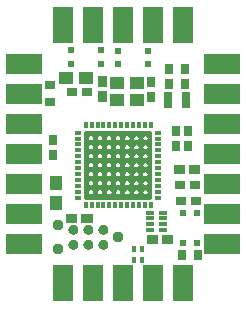
<source format=gts>
G04 DipTrace 2.4.0.2*
%INSTM32small.gts*%
%MOMM*%
%ADD43C,0.165*%
%ADD44C,0.356*%
%ADD52R,1.2X1.1*%
%ADD56C,0.95*%
%ADD59R,0.75X1.45*%
%ADD64R,0.6X0.35*%
%ADD65R,0.35X0.6*%
%ADD66R,0.45X0.55*%
%ADD67R,0.8X0.95*%
%ADD68R,0.95X0.8*%
%ADD69R,1.75X2.05*%
%ADD70R,1.75X2.082*%
%ADD71R,1.75X1.65*%
%ADD72R,2.082X1.75*%
%ADD74R,2.05X1.75*%
%ADD76R,1.65X1.75*%
%ADD77R,1.05X1.15*%
%ADD78R,0.95X0.75*%
%ADD79R,1.15X1.05*%
%ADD80R,0.65X0.3*%
%ADD81R,0.75X0.95*%
%ADD82R,0.61X0.62*%
%ADD83R,0.62X0.61*%
%FSLAX53Y53*%
G04*
G71*
G90*
G75*
G01*
%LNTopMask*%
%LPD*%
D83*
X25117Y16470D3*
X23957D3*
Y13920D3*
X25117D3*
D82*
X18434Y30223D3*
Y29063D3*
X20984D3*
Y30223D3*
X17050Y29072D3*
Y30232D3*
X14500D3*
Y29072D3*
D81*
X23366Y23428D3*
Y22128D3*
D80*
X22280Y15013D3*
Y15513D3*
Y16013D3*
Y16513D3*
X21130D3*
Y16013D3*
Y15513D3*
Y15013D3*
D81*
X24160Y27393D3*
Y28693D3*
X22756Y27381D3*
Y28681D3*
X24412Y23433D3*
Y22133D3*
X21247Y27553D3*
Y26253D3*
G36*
X23133Y14634D2*
Y13884D1*
X22183D1*
Y14634D1*
X23133D1*
G37*
G36*
X21833D2*
Y13884D1*
X20883D1*
Y14634D1*
X21833D1*
G37*
G36*
X16802Y26782D2*
X17552D1*
Y25832D1*
X16802D1*
Y26782D1*
G37*
G36*
Y28082D2*
X17552D1*
Y27132D1*
X16802D1*
Y28082D1*
G37*
G36*
X24486Y19783D2*
Y20533D1*
X25436D1*
Y19783D1*
X24486D1*
G37*
G36*
X23186D2*
Y20533D1*
X24136D1*
Y19783D1*
X23186D1*
G37*
D79*
X14073Y27940D3*
X15773D3*
D78*
X14559Y26694D3*
X15859D3*
G36*
X15007Y16355D2*
Y15605D1*
X14057D1*
Y16355D1*
X15007D1*
G37*
G36*
X16307D2*
Y15605D1*
X15357D1*
Y16355D1*
X16307D1*
G37*
D77*
X13231Y18977D3*
Y17277D3*
D76*
X11278Y21438D3*
D74*
X10008D3*
D76*
X11278Y29058D3*
Y26518D3*
Y23978D3*
D72*
X10008Y29058D3*
Y26518D3*
Y23978D3*
D71*
X23978Y31598D3*
X21438D3*
X18898D3*
X16358D3*
D70*
X23978Y32868D3*
X21438D3*
X18898D3*
X16358D3*
D76*
X26518Y16358D3*
Y18898D3*
Y21438D3*
Y23978D3*
D72*
X27788Y16358D3*
Y18898D3*
Y21438D3*
Y23978D3*
D76*
X26518Y29058D3*
D74*
X27788D3*
D71*
X23978Y11278D3*
D69*
Y10008D3*
D76*
X26518Y13818D3*
D74*
X27788D3*
D71*
X13818Y11278D3*
D69*
Y10008D3*
D76*
X11278Y13818D3*
Y16358D3*
Y18898D3*
D72*
X10008D3*
Y16358D3*
Y13818D3*
D71*
X13818Y31598D3*
D69*
Y32868D3*
D68*
X12741Y27283D3*
Y25883D3*
D67*
X25261Y12957D3*
X23861D3*
D78*
X23714Y18800D3*
X25014D3*
D81*
X12963Y22650D3*
Y21350D3*
D78*
X25074Y17522D3*
X23774D3*
D66*
X20528Y13460D3*
X19828D3*
Y12460D3*
X20528D3*
D76*
X26518Y26518D3*
D74*
X27788D3*
G36*
X16803Y13793D2*
X16809Y13720D1*
X16828Y13649D1*
X16859Y13583D1*
X16901Y13523D1*
X16952Y13472D1*
X17012Y13430D1*
X17078Y13399D1*
X17149Y13380D1*
X17222Y13374D1*
D1*
X17294Y13380D1*
X17365Y13399D1*
X17431Y13430D1*
X17491Y13472D1*
X17542Y13523D1*
X17584Y13583D1*
X17615Y13649D1*
X17634Y13720D1*
X17640Y13793D1*
D1*
X17634Y13865D1*
X17615Y13936D1*
X17584Y14002D1*
X17542Y14062D1*
X17491Y14113D1*
X17431Y14155D1*
X17365Y14186D1*
X17294Y14205D1*
X17222Y14211D1*
D1*
X17149Y14205D1*
X17078Y14186D1*
X17012Y14155D1*
X16952Y14113D1*
X16901Y14062D1*
X16859Y14002D1*
X16828Y13936D1*
X16809Y13865D1*
X16803Y13793D1*
G37*
G36*
X15533D2*
X15539Y13720D1*
X15558Y13649D1*
X15589Y13583D1*
X15631Y13523D1*
X15682Y13472D1*
X15742Y13430D1*
X15808Y13399D1*
X15879Y13380D1*
X15952Y13374D1*
D1*
X16024Y13380D1*
X16095Y13399D1*
X16161Y13430D1*
X16221Y13472D1*
X16272Y13523D1*
X16314Y13583D1*
X16345Y13649D1*
X16364Y13720D1*
X16370Y13793D1*
D1*
X16364Y13865D1*
X16345Y13936D1*
X16314Y14002D1*
X16272Y14062D1*
X16221Y14113D1*
X16161Y14155D1*
X16095Y14186D1*
X16024Y14205D1*
X15952Y14211D1*
D1*
X15879Y14205D1*
X15808Y14186D1*
X15742Y14155D1*
X15682Y14113D1*
X15631Y14062D1*
X15589Y14002D1*
X15558Y13936D1*
X15539Y13865D1*
X15533Y13793D1*
G37*
G36*
X14263D2*
X14269Y13720D1*
X14288Y13649D1*
X14319Y13583D1*
X14361Y13523D1*
X14412Y13472D1*
X14472Y13430D1*
X14538Y13399D1*
X14609Y13380D1*
X14682Y13374D1*
D1*
X14754Y13380D1*
X14825Y13399D1*
X14891Y13430D1*
X14951Y13472D1*
X15002Y13523D1*
X15044Y13583D1*
X15075Y13649D1*
X15094Y13720D1*
X15100Y13793D1*
D1*
X15094Y13865D1*
X15075Y13936D1*
X15044Y14002D1*
X15002Y14062D1*
X14951Y14113D1*
X14891Y14155D1*
X14825Y14186D1*
X14754Y14205D1*
X14682Y14211D1*
D1*
X14609Y14205D1*
X14538Y14186D1*
X14472Y14155D1*
X14412Y14113D1*
X14361Y14062D1*
X14319Y14002D1*
X14288Y13936D1*
X14269Y13865D1*
X14263Y13793D1*
G37*
G36*
Y15063D2*
X14269Y14990D1*
X14288Y14919D1*
X14319Y14853D1*
X14361Y14793D1*
X14412Y14742D1*
X14472Y14700D1*
X14538Y14669D1*
X14609Y14650D1*
X14682Y14644D1*
D1*
X14754Y14650D1*
X14825Y14669D1*
X14891Y14700D1*
X14951Y14742D1*
X15002Y14793D1*
X15044Y14853D1*
X15075Y14919D1*
X15094Y14990D1*
X15100Y15063D1*
D1*
X15094Y15135D1*
X15075Y15206D1*
X15044Y15272D1*
X15002Y15332D1*
X14951Y15383D1*
X14891Y15425D1*
X14825Y15456D1*
X14754Y15475D1*
X14682Y15481D1*
D1*
X14609Y15475D1*
X14538Y15456D1*
X14472Y15425D1*
X14412Y15383D1*
X14361Y15332D1*
X14319Y15272D1*
X14288Y15206D1*
X14269Y15135D1*
X14263Y15063D1*
G37*
G36*
X15533D2*
X15539Y14990D1*
X15558Y14919D1*
X15589Y14853D1*
X15631Y14793D1*
X15682Y14742D1*
X15742Y14700D1*
X15808Y14669D1*
X15879Y14650D1*
X15952Y14644D1*
D1*
X16024Y14650D1*
X16095Y14669D1*
X16161Y14700D1*
X16221Y14742D1*
X16272Y14793D1*
X16314Y14853D1*
X16345Y14919D1*
X16364Y14990D1*
X16370Y15063D1*
D1*
X16364Y15135D1*
X16345Y15206D1*
X16314Y15272D1*
X16272Y15332D1*
X16221Y15383D1*
X16161Y15425D1*
X16095Y15456D1*
X16024Y15475D1*
X15952Y15481D1*
D1*
X15879Y15475D1*
X15808Y15456D1*
X15742Y15425D1*
X15682Y15383D1*
X15631Y15332D1*
X15589Y15272D1*
X15558Y15206D1*
X15539Y15135D1*
X15533Y15063D1*
G37*
G36*
X16803D2*
X16809Y14990D1*
X16828Y14919D1*
X16859Y14853D1*
X16901Y14793D1*
X16952Y14742D1*
X17012Y14700D1*
X17078Y14669D1*
X17149Y14650D1*
X17222Y14644D1*
D1*
X17294Y14650D1*
X17365Y14669D1*
X17431Y14700D1*
X17491Y14742D1*
X17542Y14793D1*
X17584Y14853D1*
X17615Y14919D1*
X17634Y14990D1*
X17640Y15063D1*
D1*
X17634Y15135D1*
X17615Y15206D1*
X17584Y15272D1*
X17542Y15332D1*
X17491Y15383D1*
X17431Y15425D1*
X17365Y15456D1*
X17294Y15475D1*
X17222Y15481D1*
D1*
X17149Y15475D1*
X17078Y15456D1*
X17012Y15425D1*
X16952Y15383D1*
X16901Y15332D1*
X16859Y15272D1*
X16828Y15206D1*
X16809Y15135D1*
X16803Y15063D1*
G37*
D56*
X18492Y14428D3*
X13412Y13412D3*
Y15444D3*
X18976Y18232D2*
D43*
X18977Y18251D1*
X18979Y18269D1*
X18982Y18288D1*
X18987Y18306D1*
X18993Y18323D1*
X19000Y18341D1*
X19009Y18357D1*
X19018Y18374D1*
X19029Y18389D1*
X19041Y18404D1*
X19054Y18417D1*
X19068Y18430D1*
X19083Y18442D1*
X19099Y18453D1*
X19116Y18463D1*
X19133Y18472D1*
X19151Y18480D1*
X19169Y18486D1*
X19188Y18491D1*
X19207Y18495D1*
X19226Y18497D1*
X19245Y18499D1*
X19265D1*
X19284Y18497D1*
X19304Y18495D1*
X19323Y18491D1*
X19341Y18486D1*
X19360Y18480D1*
X19378Y18472D1*
X19395Y18463D1*
X19411Y18453D1*
X19427Y18442D1*
X19442Y18430D1*
X19456Y18417D1*
X19469Y18404D1*
X19481Y18389D1*
X19492Y18374D1*
X19502Y18357D1*
X19510Y18341D1*
X19518Y18323D1*
X19524Y18306D1*
X19528Y18288D1*
X19532Y18269D1*
X19534Y18251D1*
Y18232D1*
Y18213D1*
X19532Y18195D1*
X19528Y18177D1*
X19524Y18159D1*
X19518Y18141D1*
X19510Y18124D1*
X19502Y18107D1*
X19492Y18091D1*
X19481Y18075D1*
X19469Y18061D1*
X19456Y18047D1*
X19442Y18034D1*
X19427Y18022D1*
X19411Y18011D1*
X19395Y18001D1*
X19378Y17992D1*
X19360Y17985D1*
X19341Y17978D1*
X19323Y17973D1*
X19304Y17969D1*
X19284Y17967D1*
X19265Y17965D1*
X19245D1*
X19226Y17967D1*
X19207Y17969D1*
X19188Y17973D1*
X19169Y17978D1*
X19151Y17985D1*
X19133Y17992D1*
X19116Y18001D1*
X19099Y18011D1*
X19083Y18022D1*
X19068Y18034D1*
X19054Y18047D1*
X19041Y18061D1*
X19029Y18075D1*
X19018Y18091D1*
X19009Y18107D1*
X19000Y18124D1*
X18993Y18141D1*
X18987Y18159D1*
X18982Y18177D1*
X18979Y18195D1*
X18977Y18213D1*
X18976Y18232D1*
X18209D2*
Y18251D1*
X18211Y18269D1*
X18215Y18288D1*
X18220Y18306D1*
X18226Y18323D1*
X18233Y18341D1*
X18241Y18357D1*
X18251Y18374D1*
X18262Y18389D1*
X18274Y18404D1*
X18287Y18417D1*
X18301Y18430D1*
X18316Y18442D1*
X18332Y18453D1*
X18348Y18463D1*
X18366Y18472D1*
X18384Y18480D1*
X18402Y18486D1*
X18421Y18491D1*
X18440Y18495D1*
X18459Y18497D1*
X18479Y18499D1*
X18498D1*
X18518Y18497D1*
X18537Y18495D1*
X18556Y18491D1*
X18575Y18486D1*
X18593Y18480D1*
X18611Y18472D1*
X18628Y18463D1*
X18645Y18453D1*
X18660Y18442D1*
X18675Y18430D1*
X18689Y18417D1*
X18702Y18404D1*
X18714Y18389D1*
X18725Y18374D1*
X18735Y18357D1*
X18744Y18341D1*
X18751Y18323D1*
X18757Y18306D1*
X18762Y18288D1*
X18765Y18269D1*
X18767Y18251D1*
X18768Y18232D1*
X18767Y18213D1*
X18765Y18195D1*
X18762Y18177D1*
X18757Y18159D1*
X18751Y18141D1*
X18744Y18124D1*
X18735Y18107D1*
X18725Y18091D1*
X18714Y18075D1*
X18702Y18061D1*
X18689Y18047D1*
X18675Y18034D1*
X18660Y18022D1*
X18645Y18011D1*
X18628Y18001D1*
X18611Y17992D1*
X18593Y17985D1*
X18575Y17978D1*
X18556Y17973D1*
X18537Y17969D1*
X18518Y17967D1*
X18498Y17965D1*
X18479D1*
X18459Y17967D1*
X18440Y17969D1*
X18421Y17973D1*
X18402Y17978D1*
X18384Y17985D1*
X18366Y17992D1*
X18348Y18001D1*
X18332Y18011D1*
X18316Y18022D1*
X18301Y18034D1*
X18287Y18047D1*
X18274Y18061D1*
X18262Y18075D1*
X18251Y18091D1*
X18241Y18107D1*
X18233Y18124D1*
X18226Y18141D1*
X18220Y18159D1*
X18215Y18177D1*
X18211Y18195D1*
X18209Y18213D1*
Y18232D1*
X19739Y18229D2*
Y18247D1*
X19741Y18266D1*
X19745Y18284D1*
X19750Y18302D1*
X19756Y18320D1*
X19763Y18337D1*
X19771Y18354D1*
X19781Y18370D1*
X19792Y18386D1*
X19804Y18400D1*
X19817Y18414D1*
X19831Y18427D1*
X19846Y18439D1*
X19862Y18450D1*
X19879Y18460D1*
X19896Y18469D1*
X19914Y18476D1*
X19932Y18483D1*
X19951Y18488D1*
X19970Y18492D1*
X19989Y18494D1*
X20009Y18496D1*
X20028D1*
X20048Y18494D1*
X20067Y18492D1*
X20086Y18488D1*
X20105Y18483D1*
X20123Y18476D1*
X20141Y18469D1*
X20158Y18460D1*
X20175Y18450D1*
X20190Y18439D1*
X20205Y18427D1*
X20219Y18414D1*
X20233Y18400D1*
X20245Y18386D1*
X20255Y18370D1*
X20265Y18354D1*
X20274Y18337D1*
X20281Y18320D1*
X20287Y18302D1*
X20292Y18284D1*
X20295Y18266D1*
X20297Y18247D1*
X20298Y18229D1*
X20297Y18210D1*
X20295Y18192D1*
X20292Y18173D1*
X20287Y18155D1*
X20281Y18138D1*
X20274Y18120D1*
X20265Y18104D1*
X20255Y18087D1*
X20245Y18072D1*
X20233Y18057D1*
X20219Y18043D1*
X20205Y18031D1*
X20190Y18019D1*
X20175Y18008D1*
X20158Y17998D1*
X20141Y17989D1*
X20123Y17981D1*
X20105Y17975D1*
X20086Y17970D1*
X20067Y17966D1*
X20048Y17963D1*
X20028Y17962D1*
X20009D1*
X19989Y17963D1*
X19970Y17966D1*
X19951Y17970D1*
X19932Y17975D1*
X19914Y17981D1*
X19896Y17989D1*
X19879Y17998D1*
X19862Y18008D1*
X19846Y18019D1*
X19831Y18031D1*
X19817Y18043D1*
X19804Y18057D1*
X19792Y18072D1*
X19781Y18087D1*
X19771Y18104D1*
X19763Y18120D1*
X19756Y18138D1*
X19750Y18155D1*
X19745Y18173D1*
X19741Y18192D1*
X19739Y18210D1*
Y18229D1*
X17442Y18232D2*
X17443Y18251D1*
X17445Y18269D1*
X17448Y18288D1*
X17453Y18306D1*
X17459Y18323D1*
X17466Y18341D1*
X17475Y18357D1*
X17485Y18374D1*
X17496Y18389D1*
X17508Y18404D1*
X17521Y18417D1*
X17535Y18430D1*
X17550Y18442D1*
X17565Y18453D1*
X17582Y18463D1*
X17599Y18472D1*
X17617Y18480D1*
X17635Y18486D1*
X17654Y18491D1*
X17673Y18495D1*
X17693Y18497D1*
X17712Y18499D1*
X17732D1*
X17751Y18497D1*
X17770Y18495D1*
X17789Y18491D1*
X17808Y18486D1*
X17827Y18480D1*
X17844Y18472D1*
X17862Y18463D1*
X17878Y18453D1*
X17894Y18442D1*
X17909Y18430D1*
X17923Y18417D1*
X17936Y18404D1*
X17948Y18389D1*
X17959Y18374D1*
X17969Y18357D1*
X17977Y18341D1*
X17985Y18323D1*
X17991Y18306D1*
X17995Y18288D1*
X17999Y18269D1*
X18001Y18251D1*
Y18232D1*
Y18213D1*
X17999Y18195D1*
X17995Y18177D1*
X17991Y18159D1*
X17985Y18141D1*
X17977Y18124D1*
X17969Y18107D1*
X17959Y18091D1*
X17948Y18075D1*
X17936Y18061D1*
X17923Y18047D1*
X17909Y18034D1*
X17894Y18022D1*
X17878Y18011D1*
X17862Y18001D1*
X17844Y17992D1*
X17827Y17985D1*
X17808Y17978D1*
X17789Y17973D1*
X17770Y17969D1*
X17751Y17967D1*
X17732Y17965D1*
X17712D1*
X17693Y17967D1*
X17673Y17969D1*
X17654Y17973D1*
X17635Y17978D1*
X17617Y17985D1*
X17599Y17992D1*
X17582Y18001D1*
X17565Y18011D1*
X17550Y18022D1*
X17535Y18034D1*
X17521Y18047D1*
X17508Y18061D1*
X17496Y18075D1*
X17485Y18091D1*
X17475Y18107D1*
X17466Y18124D1*
X17459Y18141D1*
X17453Y18159D1*
X17448Y18177D1*
X17445Y18195D1*
X17443Y18213D1*
X17442Y18232D1*
X18969Y19756D2*
X18970Y19774D1*
X18972Y19793D1*
X18975Y19811D1*
X18980Y19829D1*
X18986Y19847D1*
X18993Y19864D1*
X19002Y19881D1*
X19012Y19897D1*
X19023Y19912D1*
X19035Y19927D1*
X19048Y19941D1*
X19062Y19954D1*
X19077Y19966D1*
X19092Y19977D1*
X19109Y19987D1*
X19126Y19995D1*
X19144Y20003D1*
X19162Y20009D1*
X19181Y20015D1*
X19200Y20018D1*
X19219Y20021D1*
X19239Y20022D1*
X19258D1*
X19278Y20021D1*
X19297Y20018D1*
X19316Y20015D1*
X19335Y20009D1*
X19353Y20003D1*
X19371Y19995D1*
X19388Y19987D1*
X19405Y19977D1*
X19420Y19966D1*
X19435Y19954D1*
X19449Y19941D1*
X19462Y19927D1*
X19474Y19912D1*
X19485Y19897D1*
X19495Y19881D1*
X19504Y19864D1*
X19511Y19847D1*
X19517Y19829D1*
X19522Y19811D1*
X19525Y19793D1*
X19527Y19774D1*
X19528Y19756D1*
X19527Y19737D1*
X19525Y19718D1*
X19522Y19700D1*
X19517Y19682D1*
X19511Y19664D1*
X19504Y19647D1*
X19495Y19630D1*
X19485Y19614D1*
X19474Y19599D1*
X19462Y19584D1*
X19449Y19570D1*
X19435Y19557D1*
X19420Y19545D1*
X19405Y19534D1*
X19388Y19524D1*
X19371Y19516D1*
X19353Y19508D1*
X19335Y19502D1*
X19316Y19497D1*
X19297Y19493D1*
X19278Y19490D1*
X19258Y19489D1*
X19239D1*
X19219Y19490D1*
X19200Y19493D1*
X19181Y19497D1*
X19162Y19502D1*
X19144Y19508D1*
X19126Y19516D1*
X19109Y19524D1*
X19092Y19534D1*
X19077Y19545D1*
X19062Y19557D1*
X19048Y19570D1*
X19035Y19584D1*
X19023Y19599D1*
X19012Y19614D1*
X19002Y19630D1*
X18993Y19647D1*
X18986Y19664D1*
X18980Y19682D1*
X18975Y19700D1*
X18972Y19718D1*
X18970Y19737D1*
X18969Y19756D1*
X18972Y18995D2*
X18973Y19014D1*
X18975Y19033D1*
X18978Y19051D1*
X18983Y19069D1*
X18989Y19087D1*
X18996Y19104D1*
X19005Y19121D1*
X19015Y19137D1*
X19026Y19152D1*
X19038Y19167D1*
X19051Y19181D1*
X19065Y19194D1*
X19080Y19206D1*
X19095Y19217D1*
X19112Y19227D1*
X19129Y19235D1*
X19147Y19243D1*
X19165Y19249D1*
X19184Y19254D1*
X19203Y19258D1*
X19222Y19261D1*
X19242Y19262D1*
X19261D1*
X19281Y19261D1*
X19300Y19258D1*
X19319Y19254D1*
X19338Y19249D1*
X19356Y19243D1*
X19374Y19235D1*
X19391Y19227D1*
X19408Y19217D1*
X19423Y19206D1*
X19438Y19194D1*
X19452Y19181D1*
X19465Y19167D1*
X19477Y19152D1*
X19488Y19137D1*
X19498Y19121D1*
X19507Y19104D1*
X19514Y19087D1*
X19520Y19069D1*
X19525Y19051D1*
X19528Y19033D1*
X19530Y19014D1*
X19531Y18995D1*
X19530Y18977D1*
X19528Y18958D1*
X19525Y18940D1*
X19520Y18922D1*
X19514Y18904D1*
X19507Y18887D1*
X19498Y18870D1*
X19488Y18854D1*
X19477Y18839D1*
X19465Y18824D1*
X19452Y18810D1*
X19438Y18797D1*
X19423Y18785D1*
X19408Y18774D1*
X19391Y18764D1*
X19374Y18756D1*
X19356Y18748D1*
X19338Y18742D1*
X19319Y18737D1*
X19300Y18733D1*
X19281Y18730D1*
X19261Y18729D1*
X19242D1*
X19222Y18730D1*
X19203Y18733D1*
X19184Y18737D1*
X19165Y18742D1*
X19147Y18748D1*
X19129Y18756D1*
X19112Y18764D1*
X19095Y18774D1*
X19080Y18785D1*
X19065Y18797D1*
X19051Y18810D1*
X19038Y18824D1*
X19026Y18839D1*
X19015Y18854D1*
X19005Y18870D1*
X18996Y18887D1*
X18989Y18904D1*
X18983Y18922D1*
X18978Y18940D1*
X18975Y18958D1*
X18973Y18977D1*
X18972Y18995D1*
X18969Y21279D2*
X18970Y21297D1*
X18972Y21316D1*
X18975Y21334D1*
X18980Y21352D1*
X18986Y21370D1*
X18993Y21387D1*
X19002Y21404D1*
X19012Y21420D1*
X19023Y21435D1*
X19035Y21450D1*
X19048Y21464D1*
X19062Y21477D1*
X19077Y21489D1*
X19092Y21500D1*
X19109Y21509D1*
X19126Y21518D1*
X19144Y21526D1*
X19162Y21532D1*
X19181Y21537D1*
X19200Y21541D1*
X19219Y21544D1*
X19239Y21545D1*
X19258D1*
X19278Y21544D1*
X19297Y21541D1*
X19316Y21537D1*
X19335Y21532D1*
X19353Y21526D1*
X19371Y21518D1*
X19388Y21509D1*
X19405Y21500D1*
X19420Y21489D1*
X19435Y21477D1*
X19449Y21464D1*
X19462Y21450D1*
X19474Y21435D1*
X19485Y21420D1*
X19495Y21404D1*
X19504Y21387D1*
X19511Y21370D1*
X19517Y21352D1*
X19522Y21334D1*
X19525Y21316D1*
X19527Y21297D1*
X19528Y21279D1*
X19527Y21260D1*
X19525Y21242D1*
X19522Y21223D1*
X19517Y21205D1*
X19511Y21188D1*
X19504Y21170D1*
X19495Y21154D1*
X19485Y21138D1*
X19474Y21122D1*
X19462Y21107D1*
X19449Y21094D1*
X19435Y21081D1*
X19420Y21069D1*
X19405Y21058D1*
X19388Y21048D1*
X19371Y21039D1*
X19353Y21032D1*
X19335Y21025D1*
X19316Y21020D1*
X19297Y21016D1*
X19278Y21014D1*
X19258Y21012D1*
X19239D1*
X19219Y21014D1*
X19200Y21016D1*
X19181Y21020D1*
X19162Y21025D1*
X19144Y21032D1*
X19126Y21039D1*
X19109Y21048D1*
X19092Y21058D1*
X19077Y21069D1*
X19062Y21081D1*
X19048Y21094D1*
X19035Y21107D1*
X19023Y21122D1*
X19012Y21138D1*
X19002Y21154D1*
X18993Y21170D1*
X18986Y21188D1*
X18980Y21205D1*
X18975Y21223D1*
X18972Y21242D1*
X18970Y21260D1*
X18969Y21279D1*
X18972Y20519D2*
X18973Y20537D1*
X18975Y20556D1*
X18978Y20574D1*
X18983Y20592D1*
X18989Y20610D1*
X18996Y20627D1*
X19005Y20644D1*
X19015Y20660D1*
X19026Y20675D1*
X19038Y20690D1*
X19051Y20704D1*
X19065Y20717D1*
X19080Y20729D1*
X19095Y20739D1*
X19112Y20749D1*
X19129Y20758D1*
X19147Y20766D1*
X19165Y20772D1*
X19184Y20777D1*
X19203Y20781D1*
X19222Y20784D1*
X19242Y20785D1*
X19261D1*
X19281Y20784D1*
X19300Y20781D1*
X19319Y20777D1*
X19338Y20772D1*
X19356Y20766D1*
X19374Y20758D1*
X19391Y20749D1*
X19408Y20739D1*
X19423Y20729D1*
X19438Y20717D1*
X19452Y20704D1*
X19465Y20690D1*
X19477Y20675D1*
X19488Y20660D1*
X19498Y20644D1*
X19507Y20627D1*
X19514Y20610D1*
X19520Y20592D1*
X19525Y20574D1*
X19528Y20556D1*
X19530Y20537D1*
X19531Y20519D1*
X19530Y20500D1*
X19528Y20481D1*
X19525Y20463D1*
X19520Y20445D1*
X19514Y20427D1*
X19507Y20410D1*
X19498Y20393D1*
X19488Y20377D1*
X19477Y20362D1*
X19465Y20347D1*
X19452Y20333D1*
X19438Y20321D1*
X19423Y20309D1*
X19408Y20298D1*
X19391Y20288D1*
X19374Y20279D1*
X19356Y20272D1*
X19338Y20265D1*
X19319Y20260D1*
X19300Y20256D1*
X19281Y20254D1*
X19261Y20252D1*
X19242D1*
X19222Y20254D1*
X19203Y20256D1*
X19184Y20260D1*
X19165Y20265D1*
X19147Y20272D1*
X19129Y20279D1*
X19112Y20288D1*
X19095Y20298D1*
X19080Y20309D1*
X19065Y20321D1*
X19051Y20333D1*
X19038Y20347D1*
X19026Y20362D1*
X19015Y20377D1*
X19005Y20393D1*
X18996Y20410D1*
X18989Y20427D1*
X18983Y20445D1*
X18978Y20463D1*
X18975Y20481D1*
X18973Y20500D1*
X18972Y20519D1*
Y22042D2*
X18973Y22061D1*
X18975Y22079D1*
X18978Y22097D1*
X18983Y22116D1*
X18989Y22133D1*
X18996Y22150D1*
X19005Y22167D1*
X19015Y22183D1*
X19026Y22199D1*
X19038Y22213D1*
X19051Y22227D1*
X19065Y22240D1*
X19080Y22252D1*
X19095Y22263D1*
X19112Y22273D1*
X19129Y22282D1*
X19147Y22289D1*
X19165Y22296D1*
X19184Y22301D1*
X19203Y22304D1*
X19222Y22307D1*
X19242Y22308D1*
X19261D1*
X19281Y22307D1*
X19300Y22304D1*
X19319Y22301D1*
X19338Y22296D1*
X19356Y22289D1*
X19374Y22282D1*
X19391Y22273D1*
X19408Y22263D1*
X19423Y22252D1*
X19438Y22240D1*
X19452Y22227D1*
X19465Y22213D1*
X19477Y22199D1*
X19488Y22183D1*
X19498Y22167D1*
X19507Y22150D1*
X19514Y22133D1*
X19520Y22116D1*
X19525Y22097D1*
X19528Y22079D1*
X19530Y22061D1*
X19531Y22042D1*
X19530Y22024D1*
X19528Y22005D1*
X19525Y21987D1*
X19520Y21969D1*
X19514Y21951D1*
X19507Y21934D1*
X19498Y21917D1*
X19488Y21901D1*
X19477Y21885D1*
X19465Y21871D1*
X19452Y21857D1*
X19438Y21844D1*
X19423Y21832D1*
X19408Y21821D1*
X19391Y21811D1*
X19374Y21803D1*
X19356Y21795D1*
X19338Y21789D1*
X19319Y21784D1*
X19300Y21780D1*
X19281Y21777D1*
X19261Y21776D1*
X19242D1*
X19222Y21777D1*
X19203Y21780D1*
X19184Y21784D1*
X19165Y21789D1*
X19147Y21795D1*
X19129Y21803D1*
X19112Y21811D1*
X19095Y21821D1*
X19080Y21832D1*
X19065Y21844D1*
X19051Y21857D1*
X19038Y21871D1*
X19026Y21885D1*
X19015Y21901D1*
X19005Y21917D1*
X18996Y21934D1*
X18989Y21951D1*
X18983Y21969D1*
X18978Y21987D1*
X18975Y22005D1*
X18973Y22024D1*
X18972Y22042D1*
Y22805D2*
X18973Y22824D1*
X18975Y22843D1*
X18978Y22861D1*
X18983Y22879D1*
X18989Y22897D1*
X18996Y22914D1*
X19005Y22931D1*
X19015Y22947D1*
X19026Y22962D1*
X19038Y22977D1*
X19051Y22991D1*
X19065Y23003D1*
X19080Y23015D1*
X19095Y23026D1*
X19112Y23036D1*
X19129Y23045D1*
X19147Y23053D1*
X19165Y23059D1*
X19184Y23064D1*
X19203Y23068D1*
X19222Y23070D1*
X19242Y23072D1*
X19261D1*
X19281Y23070D1*
X19300Y23068D1*
X19319Y23064D1*
X19338Y23059D1*
X19356Y23053D1*
X19374Y23045D1*
X19391Y23036D1*
X19408Y23026D1*
X19423Y23015D1*
X19438Y23003D1*
X19452Y22991D1*
X19465Y22977D1*
X19477Y22962D1*
X19488Y22947D1*
X19498Y22931D1*
X19507Y22914D1*
X19514Y22897D1*
X19520Y22879D1*
X19525Y22861D1*
X19528Y22843D1*
X19530Y22824D1*
X19531Y22805D1*
X19530Y22787D1*
X19528Y22768D1*
X19525Y22750D1*
X19520Y22732D1*
X19514Y22714D1*
X19507Y22697D1*
X19498Y22680D1*
X19488Y22664D1*
X19477Y22649D1*
X19465Y22634D1*
X19452Y22620D1*
X19438Y22607D1*
X19423Y22596D1*
X19408Y22585D1*
X19391Y22575D1*
X19374Y22566D1*
X19356Y22558D1*
X19338Y22552D1*
X19319Y22547D1*
X19300Y22543D1*
X19281Y22540D1*
X19261Y22539D1*
X19242D1*
X19222Y22540D1*
X19203Y22543D1*
X19184Y22547D1*
X19165Y22552D1*
X19147Y22558D1*
X19129Y22566D1*
X19112Y22575D1*
X19095Y22585D1*
X19080Y22596D1*
X19065Y22607D1*
X19051Y22620D1*
X19038Y22634D1*
X19026Y22649D1*
X19015Y22664D1*
X19005Y22680D1*
X18996Y22697D1*
X18989Y22714D1*
X18983Y22732D1*
X18978Y22750D1*
X18975Y22768D1*
X18973Y22787D1*
X18972Y22805D1*
X18202Y19756D2*
X18203Y19774D1*
X18205Y19793D1*
X18208Y19811D1*
X18213Y19829D1*
X18219Y19847D1*
X18226Y19864D1*
X18235Y19881D1*
X18245Y19897D1*
X18256Y19912D1*
X18268Y19927D1*
X18281Y19941D1*
X18295Y19954D1*
X18310Y19966D1*
X18325Y19977D1*
X18342Y19987D1*
X18359Y19995D1*
X18377Y20003D1*
X18395Y20009D1*
X18414Y20015D1*
X18433Y20018D1*
X18452Y20021D1*
X18472Y20022D1*
X18491D1*
X18511Y20021D1*
X18530Y20018D1*
X18549Y20015D1*
X18568Y20009D1*
X18586Y20003D1*
X18604Y19995D1*
X18622Y19987D1*
X18638Y19977D1*
X18654Y19966D1*
X18669Y19954D1*
X18683Y19941D1*
X18696Y19927D1*
X18708Y19912D1*
X18719Y19897D1*
X18729Y19881D1*
X18737Y19864D1*
X18744Y19847D1*
X18750Y19829D1*
X18755Y19811D1*
X18759Y19793D1*
X18761Y19774D1*
Y19756D1*
Y19737D1*
X18759Y19718D1*
X18755Y19700D1*
X18750Y19682D1*
X18744Y19664D1*
X18737Y19647D1*
X18729Y19630D1*
X18719Y19614D1*
X18708Y19599D1*
X18696Y19584D1*
X18683Y19570D1*
X18669Y19557D1*
X18654Y19545D1*
X18638Y19534D1*
X18622Y19524D1*
X18604Y19516D1*
X18586Y19508D1*
X18568Y19502D1*
X18549Y19497D1*
X18530Y19493D1*
X18511Y19490D1*
X18491Y19489D1*
X18472D1*
X18452Y19490D1*
X18433Y19493D1*
X18414Y19497D1*
X18395Y19502D1*
X18377Y19508D1*
X18359Y19516D1*
X18342Y19524D1*
X18325Y19534D1*
X18310Y19545D1*
X18295Y19557D1*
X18281Y19570D1*
X18268Y19584D1*
X18256Y19599D1*
X18245Y19614D1*
X18235Y19630D1*
X18226Y19647D1*
X18219Y19664D1*
X18213Y19682D1*
X18208Y19700D1*
X18205Y19718D1*
X18203Y19737D1*
X18202Y19756D1*
X18206Y18995D2*
Y19014D1*
X18208Y19033D1*
X18212Y19051D1*
X18217Y19069D1*
X18223Y19087D1*
X18230Y19104D1*
X18238Y19121D1*
X18248Y19137D1*
X18259Y19152D1*
X18271Y19167D1*
X18284Y19181D1*
X18298Y19194D1*
X18313Y19206D1*
X18329Y19217D1*
X18345Y19227D1*
X18363Y19235D1*
X18380Y19243D1*
X18399Y19249D1*
X18417Y19254D1*
X18437Y19258D1*
X18456Y19261D1*
X18475Y19262D1*
X18495D1*
X18514Y19261D1*
X18533Y19258D1*
X18553Y19254D1*
X18571Y19249D1*
X18590Y19243D1*
X18607Y19235D1*
X18625Y19227D1*
X18641Y19217D1*
X18657Y19206D1*
X18672Y19194D1*
X18686Y19181D1*
X18699Y19167D1*
X18711Y19152D1*
X18722Y19137D1*
X18732Y19121D1*
X18740Y19104D1*
X18747Y19087D1*
X18753Y19069D1*
X18758Y19051D1*
X18762Y19033D1*
X18764Y19014D1*
Y18995D1*
Y18977D1*
X18762Y18958D1*
X18758Y18940D1*
X18753Y18922D1*
X18747Y18904D1*
X18740Y18887D1*
X18732Y18870D1*
X18722Y18854D1*
X18711Y18839D1*
X18699Y18824D1*
X18686Y18810D1*
X18672Y18797D1*
X18657Y18785D1*
X18641Y18774D1*
X18625Y18764D1*
X18607Y18756D1*
X18590Y18748D1*
X18571Y18742D1*
X18553Y18737D1*
X18533Y18733D1*
X18514Y18730D1*
X18495Y18729D1*
X18475D1*
X18456Y18730D1*
X18437Y18733D1*
X18417Y18737D1*
X18399Y18742D1*
X18380Y18748D1*
X18363Y18756D1*
X18345Y18764D1*
X18329Y18774D1*
X18313Y18785D1*
X18298Y18797D1*
X18284Y18810D1*
X18271Y18824D1*
X18259Y18839D1*
X18248Y18854D1*
X18238Y18870D1*
X18230Y18887D1*
X18223Y18904D1*
X18217Y18922D1*
X18212Y18940D1*
X18208Y18958D1*
X18206Y18977D1*
Y18995D1*
X18202Y21279D2*
X18203Y21297D1*
X18205Y21316D1*
X18208Y21334D1*
X18213Y21352D1*
X18219Y21370D1*
X18226Y21387D1*
X18235Y21404D1*
X18245Y21420D1*
X18256Y21435D1*
X18268Y21450D1*
X18281Y21464D1*
X18295Y21477D1*
X18310Y21489D1*
X18325Y21500D1*
X18342Y21509D1*
X18359Y21518D1*
X18377Y21526D1*
X18395Y21532D1*
X18414Y21537D1*
X18433Y21541D1*
X18452Y21544D1*
X18472Y21545D1*
X18491D1*
X18511Y21544D1*
X18530Y21541D1*
X18549Y21537D1*
X18568Y21532D1*
X18586Y21526D1*
X18604Y21518D1*
X18622Y21509D1*
X18638Y21500D1*
X18654Y21489D1*
X18669Y21477D1*
X18683Y21464D1*
X18696Y21450D1*
X18708Y21435D1*
X18719Y21420D1*
X18729Y21404D1*
X18737Y21387D1*
X18744Y21370D1*
X18750Y21352D1*
X18755Y21334D1*
X18759Y21316D1*
X18761Y21297D1*
Y21279D1*
Y21260D1*
X18759Y21242D1*
X18755Y21223D1*
X18750Y21205D1*
X18744Y21188D1*
X18737Y21170D1*
X18729Y21154D1*
X18719Y21138D1*
X18708Y21122D1*
X18696Y21107D1*
X18683Y21094D1*
X18669Y21081D1*
X18654Y21069D1*
X18638Y21058D1*
X18622Y21048D1*
X18604Y21039D1*
X18586Y21032D1*
X18568Y21025D1*
X18549Y21020D1*
X18530Y21016D1*
X18511Y21014D1*
X18491Y21012D1*
X18472D1*
X18452Y21014D1*
X18433Y21016D1*
X18414Y21020D1*
X18395Y21025D1*
X18377Y21032D1*
X18359Y21039D1*
X18342Y21048D1*
X18325Y21058D1*
X18310Y21069D1*
X18295Y21081D1*
X18281Y21094D1*
X18268Y21107D1*
X18256Y21122D1*
X18245Y21138D1*
X18235Y21154D1*
X18226Y21170D1*
X18219Y21188D1*
X18213Y21205D1*
X18208Y21223D1*
X18205Y21242D1*
X18203Y21260D1*
X18202Y21279D1*
X18206Y20519D2*
Y20537D1*
X18208Y20556D1*
X18212Y20574D1*
X18217Y20592D1*
X18223Y20610D1*
X18230Y20627D1*
X18238Y20644D1*
X18248Y20660D1*
X18259Y20675D1*
X18271Y20690D1*
X18284Y20704D1*
X18298Y20717D1*
X18313Y20729D1*
X18329Y20739D1*
X18345Y20749D1*
X18363Y20758D1*
X18380Y20766D1*
X18399Y20772D1*
X18417Y20777D1*
X18437Y20781D1*
X18456Y20784D1*
X18475Y20785D1*
X18495D1*
X18514Y20784D1*
X18533Y20781D1*
X18553Y20777D1*
X18571Y20772D1*
X18590Y20766D1*
X18607Y20758D1*
X18625Y20749D1*
X18641Y20739D1*
X18657Y20729D1*
X18672Y20717D1*
X18686Y20704D1*
X18699Y20690D1*
X18711Y20675D1*
X18722Y20660D1*
X18732Y20644D1*
X18740Y20627D1*
X18747Y20610D1*
X18753Y20592D1*
X18758Y20574D1*
X18762Y20556D1*
X18764Y20537D1*
Y20519D1*
Y20500D1*
X18762Y20481D1*
X18758Y20463D1*
X18753Y20445D1*
X18747Y20427D1*
X18740Y20410D1*
X18732Y20393D1*
X18722Y20377D1*
X18711Y20362D1*
X18699Y20347D1*
X18686Y20333D1*
X18672Y20321D1*
X18657Y20309D1*
X18641Y20298D1*
X18625Y20288D1*
X18607Y20279D1*
X18590Y20272D1*
X18571Y20265D1*
X18553Y20260D1*
X18533Y20256D1*
X18514Y20254D1*
X18495Y20252D1*
X18475D1*
X18456Y20254D1*
X18437Y20256D1*
X18417Y20260D1*
X18399Y20265D1*
X18380Y20272D1*
X18363Y20279D1*
X18345Y20288D1*
X18329Y20298D1*
X18313Y20309D1*
X18298Y20321D1*
X18284Y20333D1*
X18271Y20347D1*
X18259Y20362D1*
X18248Y20377D1*
X18238Y20393D1*
X18230Y20410D1*
X18223Y20427D1*
X18217Y20445D1*
X18212Y20463D1*
X18208Y20481D1*
X18206Y20500D1*
Y20519D1*
Y22042D2*
Y22061D1*
X18208Y22079D1*
X18212Y22097D1*
X18217Y22116D1*
X18223Y22133D1*
X18230Y22150D1*
X18238Y22167D1*
X18248Y22183D1*
X18259Y22199D1*
X18271Y22213D1*
X18284Y22227D1*
X18298Y22240D1*
X18313Y22252D1*
X18329Y22263D1*
X18345Y22273D1*
X18363Y22282D1*
X18380Y22289D1*
X18399Y22296D1*
X18417Y22301D1*
X18437Y22304D1*
X18456Y22307D1*
X18475Y22308D1*
X18495D1*
X18514Y22307D1*
X18533Y22304D1*
X18553Y22301D1*
X18571Y22296D1*
X18590Y22289D1*
X18607Y22282D1*
X18625Y22273D1*
X18641Y22263D1*
X18657Y22252D1*
X18672Y22240D1*
X18686Y22227D1*
X18699Y22213D1*
X18711Y22199D1*
X18722Y22183D1*
X18732Y22167D1*
X18740Y22150D1*
X18747Y22133D1*
X18753Y22116D1*
X18758Y22097D1*
X18762Y22079D1*
X18764Y22061D1*
Y22042D1*
Y22024D1*
X18762Y22005D1*
X18758Y21987D1*
X18753Y21969D1*
X18747Y21951D1*
X18740Y21934D1*
X18732Y21917D1*
X18722Y21901D1*
X18711Y21885D1*
X18699Y21871D1*
X18686Y21857D1*
X18672Y21844D1*
X18657Y21832D1*
X18641Y21821D1*
X18625Y21811D1*
X18607Y21803D1*
X18590Y21795D1*
X18571Y21789D1*
X18553Y21784D1*
X18533Y21780D1*
X18514Y21777D1*
X18495Y21776D1*
X18475D1*
X18456Y21777D1*
X18437Y21780D1*
X18417Y21784D1*
X18399Y21789D1*
X18380Y21795D1*
X18363Y21803D1*
X18345Y21811D1*
X18329Y21821D1*
X18313Y21832D1*
X18298Y21844D1*
X18284Y21857D1*
X18271Y21871D1*
X18259Y21885D1*
X18248Y21901D1*
X18238Y21917D1*
X18230Y21934D1*
X18223Y21951D1*
X18217Y21969D1*
X18212Y21987D1*
X18208Y22005D1*
X18206Y22024D1*
Y22042D1*
Y22805D2*
Y22824D1*
X18208Y22843D1*
X18212Y22861D1*
X18217Y22879D1*
X18223Y22897D1*
X18230Y22914D1*
X18238Y22931D1*
X18248Y22947D1*
X18259Y22962D1*
X18271Y22977D1*
X18284Y22991D1*
X18298Y23003D1*
X18313Y23015D1*
X18329Y23026D1*
X18345Y23036D1*
X18363Y23045D1*
X18380Y23053D1*
X18399Y23059D1*
X18417Y23064D1*
X18437Y23068D1*
X18456Y23070D1*
X18475Y23072D1*
X18495D1*
X18514Y23070D1*
X18533Y23068D1*
X18553Y23064D1*
X18571Y23059D1*
X18590Y23053D1*
X18607Y23045D1*
X18625Y23036D1*
X18641Y23026D1*
X18657Y23015D1*
X18672Y23003D1*
X18686Y22991D1*
X18699Y22977D1*
X18711Y22962D1*
X18722Y22947D1*
X18732Y22931D1*
X18740Y22914D1*
X18747Y22897D1*
X18753Y22879D1*
X18758Y22861D1*
X18762Y22843D1*
X18764Y22824D1*
Y22805D1*
Y22787D1*
X18762Y22768D1*
X18758Y22750D1*
X18753Y22732D1*
X18747Y22714D1*
X18740Y22697D1*
X18732Y22680D1*
X18722Y22664D1*
X18711Y22649D1*
X18699Y22634D1*
X18686Y22620D1*
X18672Y22607D1*
X18657Y22596D1*
X18641Y22585D1*
X18625Y22575D1*
X18607Y22566D1*
X18590Y22558D1*
X18571Y22552D1*
X18553Y22547D1*
X18533Y22543D1*
X18514Y22540D1*
X18495Y22539D1*
X18475D1*
X18456Y22540D1*
X18437Y22543D1*
X18417Y22547D1*
X18399Y22552D1*
X18380Y22558D1*
X18363Y22566D1*
X18345Y22575D1*
X18329Y22585D1*
X18313Y22596D1*
X18298Y22607D1*
X18284Y22620D1*
X18271Y22634D1*
X18259Y22649D1*
X18248Y22664D1*
X18238Y22680D1*
X18230Y22697D1*
X18223Y22714D1*
X18217Y22732D1*
X18212Y22750D1*
X18208Y22768D1*
X18206Y22787D1*
Y22805D1*
X19732Y19752D2*
X19733Y19771D1*
X19735Y19789D1*
X19738Y19807D1*
X19743Y19825D1*
X19749Y19843D1*
X19756Y19860D1*
X19765Y19877D1*
X19775Y19893D1*
X19786Y19909D1*
X19798Y19923D1*
X19811Y19937D1*
X19825Y19950D1*
X19840Y19962D1*
X19855Y19973D1*
X19872Y19983D1*
X19889Y19991D1*
X19907Y19999D1*
X19925Y20005D1*
X19944Y20010D1*
X19963Y20014D1*
X19983Y20017D1*
X20002Y20018D1*
X20022D1*
X20041Y20017D1*
X20060Y20014D1*
X20079Y20010D1*
X20098Y20005D1*
X20117Y19999D1*
X20134Y19991D1*
X20152Y19983D1*
X20168Y19973D1*
X20184Y19962D1*
X20199Y19950D1*
X20213Y19937D1*
X20226Y19923D1*
X20238Y19909D1*
X20249Y19893D1*
X20259Y19877D1*
X20267Y19860D1*
X20275Y19843D1*
X20281Y19825D1*
X20285Y19807D1*
X20289Y19789D1*
X20291Y19771D1*
Y19752D1*
Y19733D1*
X20289Y19715D1*
X20285Y19697D1*
X20281Y19678D1*
X20275Y19661D1*
X20267Y19644D1*
X20259Y19627D1*
X20249Y19611D1*
X20238Y19595D1*
X20226Y19581D1*
X20213Y19567D1*
X20199Y19554D1*
X20184Y19542D1*
X20168Y19531D1*
X20152Y19521D1*
X20134Y19512D1*
X20117Y19505D1*
X20098Y19499D1*
X20079Y19493D1*
X20060Y19490D1*
X20041Y19487D1*
X20022Y19486D1*
X20002D1*
X19983Y19487D1*
X19963Y19490D1*
X19944Y19493D1*
X19925Y19499D1*
X19907Y19505D1*
X19889Y19512D1*
X19872Y19521D1*
X19855Y19531D1*
X19840Y19542D1*
X19825Y19554D1*
X19811Y19567D1*
X19798Y19581D1*
X19786Y19595D1*
X19775Y19611D1*
X19765Y19627D1*
X19756Y19644D1*
X19749Y19661D1*
X19743Y19678D1*
X19738Y19697D1*
X19735Y19715D1*
X19733Y19733D1*
X19732Y19752D1*
X19736Y18992D2*
X19737Y19011D1*
X19739Y19029D1*
X19742Y19048D1*
X19747Y19066D1*
X19753Y19083D1*
X19760Y19101D1*
X19769Y19117D1*
X19778Y19134D1*
X19789Y19149D1*
X19801Y19164D1*
X19814Y19178D1*
X19828Y19191D1*
X19843Y19202D1*
X19859Y19213D1*
X19875Y19223D1*
X19893Y19232D1*
X19910Y19240D1*
X19929Y19246D1*
X19948Y19251D1*
X19967Y19255D1*
X19986Y19258D1*
X20005Y19259D1*
X20025D1*
X20044Y19258D1*
X20064Y19255D1*
X20083Y19251D1*
X20101Y19246D1*
X20120Y19240D1*
X20137Y19232D1*
X20155Y19223D1*
X20171Y19213D1*
X20187Y19202D1*
X20202Y19191D1*
X20216Y19178D1*
X20229Y19164D1*
X20241Y19149D1*
X20252Y19134D1*
X20262Y19117D1*
X20270Y19101D1*
X20277Y19083D1*
X20283Y19066D1*
X20288Y19048D1*
X20292Y19029D1*
X20294Y19011D1*
Y18992D1*
Y18974D1*
X20292Y18955D1*
X20288Y18937D1*
X20283Y18919D1*
X20277Y18901D1*
X20270Y18884D1*
X20262Y18867D1*
X20252Y18851D1*
X20241Y18835D1*
X20229Y18821D1*
X20216Y18807D1*
X20202Y18794D1*
X20187Y18782D1*
X20171Y18771D1*
X20155Y18761D1*
X20137Y18752D1*
X20120Y18745D1*
X20101Y18738D1*
X20083Y18733D1*
X20064Y18729D1*
X20044Y18727D1*
X20025Y18726D1*
X20005D1*
X19986Y18727D1*
X19967Y18729D1*
X19948Y18733D1*
X19929Y18738D1*
X19910Y18745D1*
X19893Y18752D1*
X19875Y18761D1*
X19859Y18771D1*
X19843Y18782D1*
X19828Y18794D1*
X19814Y18807D1*
X19801Y18821D1*
X19789Y18835D1*
X19778Y18851D1*
X19769Y18867D1*
X19760Y18884D1*
X19753Y18901D1*
X19747Y18919D1*
X19742Y18937D1*
X19739Y18955D1*
X19737Y18974D1*
X19736Y18992D1*
X19732Y21275D2*
X19733Y21294D1*
X19735Y21313D1*
X19738Y21331D1*
X19743Y21349D1*
X19749Y21367D1*
X19756Y21384D1*
X19765Y21401D1*
X19775Y21417D1*
X19786Y21432D1*
X19798Y21447D1*
X19811Y21461D1*
X19825Y21473D1*
X19840Y21485D1*
X19855Y21496D1*
X19872Y21506D1*
X19889Y21515D1*
X19907Y21522D1*
X19925Y21529D1*
X19944Y21534D1*
X19963Y21538D1*
X19983Y21540D1*
X20002Y21542D1*
X20022D1*
X20041Y21540D1*
X20060Y21538D1*
X20079Y21534D1*
X20098Y21529D1*
X20117Y21522D1*
X20134Y21515D1*
X20152Y21506D1*
X20168Y21496D1*
X20184Y21485D1*
X20199Y21473D1*
X20213Y21461D1*
X20226Y21447D1*
X20238Y21432D1*
X20249Y21417D1*
X20259Y21401D1*
X20267Y21384D1*
X20275Y21367D1*
X20281Y21349D1*
X20285Y21331D1*
X20289Y21313D1*
X20291Y21294D1*
Y21275D1*
Y21257D1*
X20289Y21238D1*
X20285Y21220D1*
X20281Y21202D1*
X20275Y21184D1*
X20267Y21167D1*
X20259Y21150D1*
X20249Y21134D1*
X20238Y21119D1*
X20226Y21104D1*
X20213Y21090D1*
X20199Y21077D1*
X20184Y21065D1*
X20168Y21055D1*
X20152Y21045D1*
X20134Y21036D1*
X20117Y21028D1*
X20098Y21022D1*
X20079Y21017D1*
X20060Y21013D1*
X20041Y21010D1*
X20022Y21009D1*
X20002D1*
X19983Y21010D1*
X19963Y21013D1*
X19944Y21017D1*
X19925Y21022D1*
X19907Y21028D1*
X19889Y21036D1*
X19872Y21045D1*
X19855Y21055D1*
X19840Y21065D1*
X19825Y21077D1*
X19811Y21090D1*
X19798Y21104D1*
X19786Y21119D1*
X19775Y21134D1*
X19765Y21150D1*
X19756Y21167D1*
X19749Y21184D1*
X19743Y21202D1*
X19738Y21220D1*
X19735Y21238D1*
X19733Y21257D1*
X19732Y21275D1*
X19736Y20515D2*
X19737Y20534D1*
X19739Y20552D1*
X19742Y20571D1*
X19747Y20589D1*
X19753Y20606D1*
X19760Y20624D1*
X19769Y20640D1*
X19778Y20657D1*
X19789Y20672D1*
X19801Y20687D1*
X19814Y20700D1*
X19828Y20713D1*
X19843Y20725D1*
X19859Y20736D1*
X19875Y20746D1*
X19893Y20755D1*
X19910Y20762D1*
X19929Y20769D1*
X19948Y20774D1*
X19967Y20778D1*
X19986Y20780D1*
X20005Y20782D1*
X20025D1*
X20044Y20780D1*
X20064Y20778D1*
X20083Y20774D1*
X20101Y20769D1*
X20120Y20762D1*
X20137Y20755D1*
X20155Y20746D1*
X20171Y20736D1*
X20187Y20725D1*
X20202Y20713D1*
X20216Y20700D1*
X20229Y20687D1*
X20241Y20672D1*
X20252Y20657D1*
X20262Y20640D1*
X20270Y20624D1*
X20277Y20606D1*
X20283Y20589D1*
X20288Y20571D1*
X20292Y20552D1*
X20294Y20534D1*
Y20515D1*
Y20497D1*
X20292Y20478D1*
X20288Y20460D1*
X20283Y20442D1*
X20277Y20424D1*
X20270Y20407D1*
X20262Y20390D1*
X20252Y20374D1*
X20241Y20359D1*
X20229Y20344D1*
X20216Y20330D1*
X20202Y20317D1*
X20187Y20305D1*
X20171Y20294D1*
X20155Y20285D1*
X20137Y20276D1*
X20120Y20268D1*
X20101Y20262D1*
X20083Y20257D1*
X20064Y20253D1*
X20044Y20250D1*
X20025Y20249D1*
X20005D1*
X19986Y20250D1*
X19967Y20253D1*
X19948Y20257D1*
X19929Y20262D1*
X19910Y20268D1*
X19893Y20276D1*
X19875Y20285D1*
X19859Y20294D1*
X19843Y20305D1*
X19828Y20317D1*
X19814Y20330D1*
X19801Y20344D1*
X19789Y20359D1*
X19778Y20374D1*
X19769Y20390D1*
X19760Y20407D1*
X19753Y20424D1*
X19747Y20442D1*
X19742Y20460D1*
X19739Y20478D1*
X19737Y20497D1*
X19736Y20515D1*
Y22039D2*
X19737Y22057D1*
X19739Y22076D1*
X19742Y22094D1*
X19747Y22112D1*
X19753Y22130D1*
X19760Y22147D1*
X19769Y22164D1*
X19778Y22180D1*
X19789Y22195D1*
X19801Y22210D1*
X19814Y22224D1*
X19828Y22237D1*
X19843Y22249D1*
X19859Y22260D1*
X19875Y22270D1*
X19893Y22278D1*
X19910Y22286D1*
X19929Y22292D1*
X19948Y22297D1*
X19967Y22301D1*
X19986Y22304D1*
X20005Y22305D1*
X20025D1*
X20044Y22304D1*
X20064Y22301D1*
X20083Y22297D1*
X20101Y22292D1*
X20120Y22286D1*
X20137Y22278D1*
X20155Y22270D1*
X20171Y22260D1*
X20187Y22249D1*
X20202Y22237D1*
X20216Y22224D1*
X20229Y22210D1*
X20241Y22195D1*
X20252Y22180D1*
X20262Y22164D1*
X20270Y22147D1*
X20277Y22130D1*
X20283Y22112D1*
X20288Y22094D1*
X20292Y22076D1*
X20294Y22057D1*
Y22039D1*
Y22020D1*
X20292Y22002D1*
X20288Y21983D1*
X20283Y21965D1*
X20277Y21948D1*
X20270Y21930D1*
X20262Y21914D1*
X20252Y21898D1*
X20241Y21882D1*
X20229Y21868D1*
X20216Y21854D1*
X20202Y21841D1*
X20187Y21829D1*
X20171Y21818D1*
X20155Y21808D1*
X20137Y21799D1*
X20120Y21792D1*
X20101Y21785D1*
X20083Y21780D1*
X20064Y21776D1*
X20044Y21774D1*
X20025Y21773D1*
X20005D1*
X19986Y21774D1*
X19967Y21776D1*
X19948Y21780D1*
X19929Y21785D1*
X19910Y21792D1*
X19893Y21799D1*
X19875Y21808D1*
X19859Y21818D1*
X19843Y21829D1*
X19828Y21841D1*
X19814Y21854D1*
X19801Y21868D1*
X19789Y21882D1*
X19778Y21898D1*
X19769Y21914D1*
X19760Y21930D1*
X19753Y21948D1*
X19747Y21965D1*
X19742Y21983D1*
X19739Y22002D1*
X19737Y22020D1*
X19736Y22039D1*
Y22802D2*
X19737Y22821D1*
X19739Y22839D1*
X19742Y22858D1*
X19747Y22876D1*
X19753Y22893D1*
X19760Y22911D1*
X19769Y22927D1*
X19778Y22943D1*
X19789Y22959D1*
X19801Y22973D1*
X19814Y22987D1*
X19828Y23000D1*
X19843Y23012D1*
X19859Y23023D1*
X19875Y23033D1*
X19893Y23042D1*
X19910Y23049D1*
X19929Y23056D1*
X19948Y23061D1*
X19967Y23065D1*
X19986Y23067D1*
X20005Y23068D1*
X20025D1*
X20044Y23067D1*
X20064Y23065D1*
X20083Y23061D1*
X20101Y23056D1*
X20120Y23049D1*
X20137Y23042D1*
X20155Y23033D1*
X20171Y23023D1*
X20187Y23012D1*
X20202Y23000D1*
X20216Y22987D1*
X20229Y22973D1*
X20241Y22959D1*
X20252Y22943D1*
X20262Y22927D1*
X20270Y22911D1*
X20277Y22893D1*
X20283Y22876D1*
X20288Y22858D1*
X20292Y22839D1*
X20294Y22821D1*
Y22802D1*
Y22784D1*
X20292Y22765D1*
X20288Y22747D1*
X20283Y22729D1*
X20277Y22711D1*
X20270Y22694D1*
X20262Y22677D1*
X20252Y22661D1*
X20241Y22646D1*
X20229Y22631D1*
X20216Y22617D1*
X20202Y22604D1*
X20187Y22592D1*
X20171Y22581D1*
X20155Y22571D1*
X20137Y22563D1*
X20120Y22555D1*
X20101Y22549D1*
X20083Y22544D1*
X20064Y22540D1*
X20044Y22537D1*
X20025Y22536D1*
X20005D1*
X19986Y22537D1*
X19967Y22540D1*
X19948Y22544D1*
X19929Y22549D1*
X19910Y22555D1*
X19893Y22563D1*
X19875Y22571D1*
X19859Y22581D1*
X19843Y22592D1*
X19828Y22604D1*
X19814Y22617D1*
X19801Y22631D1*
X19789Y22646D1*
X19778Y22661D1*
X19769Y22677D1*
X19760Y22694D1*
X19753Y22711D1*
X19747Y22729D1*
X19742Y22747D1*
X19739Y22765D1*
X19737Y22784D1*
X19736Y22802D1*
X17436Y19756D2*
Y19774D1*
X17438Y19793D1*
X17442Y19811D1*
X17446Y19829D1*
X17452Y19847D1*
X17460Y19864D1*
X17468Y19881D1*
X17478Y19897D1*
X17489Y19912D1*
X17501Y19927D1*
X17514Y19941D1*
X17528Y19954D1*
X17543Y19966D1*
X17559Y19977D1*
X17575Y19987D1*
X17592Y19995D1*
X17610Y20003D1*
X17629Y20009D1*
X17647Y20015D1*
X17666Y20018D1*
X17686Y20021D1*
X17705Y20022D1*
X17725D1*
X17744Y20021D1*
X17763Y20018D1*
X17782Y20015D1*
X17801Y20009D1*
X17819Y20003D1*
X17837Y19995D1*
X17854Y19987D1*
X17871Y19977D1*
X17887Y19966D1*
X17902Y19954D1*
X17916Y19941D1*
X17929Y19927D1*
X17941Y19912D1*
X17952Y19897D1*
X17961Y19881D1*
X17970Y19864D1*
X17977Y19847D1*
X17983Y19829D1*
X17988Y19811D1*
X17991Y19793D1*
X17993Y19774D1*
X17994Y19756D1*
X17993Y19737D1*
X17991Y19718D1*
X17988Y19700D1*
X17983Y19682D1*
X17977Y19664D1*
X17970Y19647D1*
X17961Y19630D1*
X17952Y19614D1*
X17941Y19599D1*
X17929Y19584D1*
X17916Y19570D1*
X17902Y19557D1*
X17887Y19545D1*
X17871Y19534D1*
X17854Y19524D1*
X17837Y19516D1*
X17819Y19508D1*
X17801Y19502D1*
X17782Y19497D1*
X17763Y19493D1*
X17744Y19490D1*
X17725Y19489D1*
X17705D1*
X17686Y19490D1*
X17666Y19493D1*
X17647Y19497D1*
X17629Y19502D1*
X17610Y19508D1*
X17592Y19516D1*
X17575Y19524D1*
X17559Y19534D1*
X17543Y19545D1*
X17528Y19557D1*
X17514Y19570D1*
X17501Y19584D1*
X17489Y19599D1*
X17478Y19614D1*
X17468Y19630D1*
X17460Y19647D1*
X17452Y19664D1*
X17446Y19682D1*
X17442Y19700D1*
X17438Y19718D1*
X17436Y19737D1*
Y19756D1*
X17439Y18995D2*
X17440Y19014D1*
X17442Y19033D1*
X17445Y19051D1*
X17450Y19069D1*
X17456Y19087D1*
X17463Y19104D1*
X17472Y19121D1*
X17482Y19137D1*
X17493Y19152D1*
X17505Y19167D1*
X17518Y19181D1*
X17532Y19194D1*
X17547Y19206D1*
X17562Y19217D1*
X17579Y19227D1*
X17596Y19235D1*
X17614Y19243D1*
X17632Y19249D1*
X17651Y19254D1*
X17670Y19258D1*
X17689Y19261D1*
X17709Y19262D1*
X17728D1*
X17748Y19261D1*
X17767Y19258D1*
X17786Y19254D1*
X17805Y19249D1*
X17823Y19243D1*
X17841Y19235D1*
X17858Y19227D1*
X17875Y19217D1*
X17890Y19206D1*
X17905Y19194D1*
X17919Y19181D1*
X17932Y19167D1*
X17944Y19152D1*
X17955Y19137D1*
X17965Y19121D1*
X17974Y19104D1*
X17981Y19087D1*
X17987Y19069D1*
X17992Y19051D1*
X17995Y19033D1*
X17997Y19014D1*
X17998Y18995D1*
X17997Y18977D1*
X17995Y18958D1*
X17992Y18940D1*
X17987Y18922D1*
X17981Y18904D1*
X17974Y18887D1*
X17965Y18870D1*
X17955Y18854D1*
X17944Y18839D1*
X17932Y18824D1*
X17919Y18810D1*
X17905Y18797D1*
X17890Y18785D1*
X17875Y18774D1*
X17858Y18764D1*
X17841Y18756D1*
X17823Y18748D1*
X17805Y18742D1*
X17786Y18737D1*
X17767Y18733D1*
X17748Y18730D1*
X17728Y18729D1*
X17709D1*
X17689Y18730D1*
X17670Y18733D1*
X17651Y18737D1*
X17632Y18742D1*
X17614Y18748D1*
X17596Y18756D1*
X17579Y18764D1*
X17562Y18774D1*
X17547Y18785D1*
X17532Y18797D1*
X17518Y18810D1*
X17505Y18824D1*
X17493Y18839D1*
X17482Y18854D1*
X17472Y18870D1*
X17463Y18887D1*
X17456Y18904D1*
X17450Y18922D1*
X17445Y18940D1*
X17442Y18958D1*
X17440Y18977D1*
X17439Y18995D1*
X17436Y21279D2*
Y21297D1*
X17438Y21316D1*
X17442Y21334D1*
X17446Y21352D1*
X17452Y21370D1*
X17460Y21387D1*
X17468Y21404D1*
X17478Y21420D1*
X17489Y21435D1*
X17501Y21450D1*
X17514Y21464D1*
X17528Y21477D1*
X17543Y21489D1*
X17559Y21500D1*
X17575Y21509D1*
X17592Y21518D1*
X17610Y21526D1*
X17629Y21532D1*
X17647Y21537D1*
X17666Y21541D1*
X17686Y21544D1*
X17705Y21545D1*
X17725D1*
X17744Y21544D1*
X17763Y21541D1*
X17782Y21537D1*
X17801Y21532D1*
X17819Y21526D1*
X17837Y21518D1*
X17854Y21509D1*
X17871Y21500D1*
X17887Y21489D1*
X17902Y21477D1*
X17916Y21464D1*
X17929Y21450D1*
X17941Y21435D1*
X17952Y21420D1*
X17961Y21404D1*
X17970Y21387D1*
X17977Y21370D1*
X17983Y21352D1*
X17988Y21334D1*
X17991Y21316D1*
X17993Y21297D1*
X17994Y21279D1*
X17993Y21260D1*
X17991Y21242D1*
X17988Y21223D1*
X17983Y21205D1*
X17977Y21188D1*
X17970Y21170D1*
X17961Y21154D1*
X17952Y21138D1*
X17941Y21122D1*
X17929Y21107D1*
X17916Y21094D1*
X17902Y21081D1*
X17887Y21069D1*
X17871Y21058D1*
X17854Y21048D1*
X17837Y21039D1*
X17819Y21032D1*
X17801Y21025D1*
X17782Y21020D1*
X17763Y21016D1*
X17744Y21014D1*
X17725Y21012D1*
X17705D1*
X17686Y21014D1*
X17666Y21016D1*
X17647Y21020D1*
X17629Y21025D1*
X17610Y21032D1*
X17592Y21039D1*
X17575Y21048D1*
X17559Y21058D1*
X17543Y21069D1*
X17528Y21081D1*
X17514Y21094D1*
X17501Y21107D1*
X17489Y21122D1*
X17478Y21138D1*
X17468Y21154D1*
X17460Y21170D1*
X17452Y21188D1*
X17446Y21205D1*
X17442Y21223D1*
X17438Y21242D1*
X17436Y21260D1*
Y21279D1*
X17439Y20519D2*
X17440Y20537D1*
X17442Y20556D1*
X17445Y20574D1*
X17450Y20592D1*
X17456Y20610D1*
X17463Y20627D1*
X17472Y20644D1*
X17482Y20660D1*
X17493Y20675D1*
X17505Y20690D1*
X17518Y20704D1*
X17532Y20717D1*
X17547Y20729D1*
X17562Y20739D1*
X17579Y20749D1*
X17596Y20758D1*
X17614Y20766D1*
X17632Y20772D1*
X17651Y20777D1*
X17670Y20781D1*
X17689Y20784D1*
X17709Y20785D1*
X17728D1*
X17748Y20784D1*
X17767Y20781D1*
X17786Y20777D1*
X17805Y20772D1*
X17823Y20766D1*
X17841Y20758D1*
X17858Y20749D1*
X17875Y20739D1*
X17890Y20729D1*
X17905Y20717D1*
X17919Y20704D1*
X17932Y20690D1*
X17944Y20675D1*
X17955Y20660D1*
X17965Y20644D1*
X17974Y20627D1*
X17981Y20610D1*
X17987Y20592D1*
X17992Y20574D1*
X17995Y20556D1*
X17997Y20537D1*
X17998Y20519D1*
X17997Y20500D1*
X17995Y20481D1*
X17992Y20463D1*
X17987Y20445D1*
X17981Y20427D1*
X17974Y20410D1*
X17965Y20393D1*
X17955Y20377D1*
X17944Y20362D1*
X17932Y20347D1*
X17919Y20333D1*
X17905Y20321D1*
X17890Y20309D1*
X17875Y20298D1*
X17858Y20288D1*
X17841Y20279D1*
X17823Y20272D1*
X17805Y20265D1*
X17786Y20260D1*
X17767Y20256D1*
X17748Y20254D1*
X17728Y20252D1*
X17709D1*
X17689Y20254D1*
X17670Y20256D1*
X17651Y20260D1*
X17632Y20265D1*
X17614Y20272D1*
X17596Y20279D1*
X17579Y20288D1*
X17562Y20298D1*
X17547Y20309D1*
X17532Y20321D1*
X17518Y20333D1*
X17505Y20347D1*
X17493Y20362D1*
X17482Y20377D1*
X17472Y20393D1*
X17463Y20410D1*
X17456Y20427D1*
X17450Y20445D1*
X17445Y20463D1*
X17442Y20481D1*
X17440Y20500D1*
X17439Y20519D1*
Y22042D2*
X17440Y22061D1*
X17442Y22079D1*
X17445Y22097D1*
X17450Y22116D1*
X17456Y22133D1*
X17463Y22150D1*
X17472Y22167D1*
X17482Y22183D1*
X17493Y22199D1*
X17505Y22213D1*
X17518Y22227D1*
X17532Y22240D1*
X17547Y22252D1*
X17562Y22263D1*
X17579Y22273D1*
X17596Y22282D1*
X17614Y22289D1*
X17632Y22296D1*
X17651Y22301D1*
X17670Y22304D1*
X17689Y22307D1*
X17709Y22308D1*
X17728D1*
X17748Y22307D1*
X17767Y22304D1*
X17786Y22301D1*
X17805Y22296D1*
X17823Y22289D1*
X17841Y22282D1*
X17858Y22273D1*
X17875Y22263D1*
X17890Y22252D1*
X17905Y22240D1*
X17919Y22227D1*
X17932Y22213D1*
X17944Y22199D1*
X17955Y22183D1*
X17965Y22167D1*
X17974Y22150D1*
X17981Y22133D1*
X17987Y22116D1*
X17992Y22097D1*
X17995Y22079D1*
X17997Y22061D1*
X17998Y22042D1*
X17997Y22024D1*
X17995Y22005D1*
X17992Y21987D1*
X17987Y21969D1*
X17981Y21951D1*
X17974Y21934D1*
X17965Y21917D1*
X17955Y21901D1*
X17944Y21885D1*
X17932Y21871D1*
X17919Y21857D1*
X17905Y21844D1*
X17890Y21832D1*
X17875Y21821D1*
X17858Y21811D1*
X17841Y21803D1*
X17823Y21795D1*
X17805Y21789D1*
X17786Y21784D1*
X17767Y21780D1*
X17748Y21777D1*
X17728Y21776D1*
X17709D1*
X17689Y21777D1*
X17670Y21780D1*
X17651Y21784D1*
X17632Y21789D1*
X17614Y21795D1*
X17596Y21803D1*
X17579Y21811D1*
X17562Y21821D1*
X17547Y21832D1*
X17532Y21844D1*
X17518Y21857D1*
X17505Y21871D1*
X17493Y21885D1*
X17482Y21901D1*
X17472Y21917D1*
X17463Y21934D1*
X17456Y21951D1*
X17450Y21969D1*
X17445Y21987D1*
X17442Y22005D1*
X17440Y22024D1*
X17439Y22042D1*
Y22805D2*
X17440Y22824D1*
X17442Y22843D1*
X17445Y22861D1*
X17450Y22879D1*
X17456Y22897D1*
X17463Y22914D1*
X17472Y22931D1*
X17482Y22947D1*
X17493Y22962D1*
X17505Y22977D1*
X17518Y22991D1*
X17532Y23003D1*
X17547Y23015D1*
X17562Y23026D1*
X17579Y23036D1*
X17596Y23045D1*
X17614Y23053D1*
X17632Y23059D1*
X17651Y23064D1*
X17670Y23068D1*
X17689Y23070D1*
X17709Y23072D1*
X17728D1*
X17748Y23070D1*
X17767Y23068D1*
X17786Y23064D1*
X17805Y23059D1*
X17823Y23053D1*
X17841Y23045D1*
X17858Y23036D1*
X17875Y23026D1*
X17890Y23015D1*
X17905Y23003D1*
X17919Y22991D1*
X17932Y22977D1*
X17944Y22962D1*
X17955Y22947D1*
X17965Y22931D1*
X17974Y22914D1*
X17981Y22897D1*
X17987Y22879D1*
X17992Y22861D1*
X17995Y22843D1*
X17997Y22824D1*
X17998Y22805D1*
X17997Y22787D1*
X17995Y22768D1*
X17992Y22750D1*
X17987Y22732D1*
X17981Y22714D1*
X17974Y22697D1*
X17965Y22680D1*
X17955Y22664D1*
X17944Y22649D1*
X17932Y22634D1*
X17919Y22620D1*
X17905Y22607D1*
X17890Y22596D1*
X17875Y22585D1*
X17858Y22575D1*
X17841Y22566D1*
X17823Y22558D1*
X17805Y22552D1*
X17786Y22547D1*
X17767Y22543D1*
X17748Y22540D1*
X17728Y22539D1*
X17709D1*
X17689Y22540D1*
X17670Y22543D1*
X17651Y22547D1*
X17632Y22552D1*
X17614Y22558D1*
X17596Y22566D1*
X17579Y22575D1*
X17562Y22585D1*
X17547Y22596D1*
X17532Y22607D1*
X17518Y22620D1*
X17505Y22634D1*
X17493Y22649D1*
X17482Y22664D1*
X17472Y22680D1*
X17463Y22697D1*
X17456Y22714D1*
X17450Y22732D1*
X17445Y22750D1*
X17442Y22768D1*
X17440Y22787D1*
X17439Y22805D1*
X16669Y19756D2*
X16670Y19774D1*
X16672Y19793D1*
X16675Y19811D1*
X16680Y19829D1*
X16686Y19847D1*
X16693Y19864D1*
X16702Y19881D1*
X16712Y19897D1*
X16722Y19912D1*
X16734Y19927D1*
X16747Y19941D1*
X16762Y19954D1*
X16776Y19966D1*
X16792Y19977D1*
X16809Y19987D1*
X16826Y19995D1*
X16844Y20003D1*
X16862Y20009D1*
X16881Y20015D1*
X16900Y20018D1*
X16919Y20021D1*
X16939Y20022D1*
X16958D1*
X16978Y20021D1*
X16997Y20018D1*
X17016Y20015D1*
X17035Y20009D1*
X17053Y20003D1*
X17071Y19995D1*
X17088Y19987D1*
X17104Y19977D1*
X17120Y19966D1*
X17135Y19954D1*
X17149Y19941D1*
X17162Y19927D1*
X17174Y19912D1*
X17185Y19897D1*
X17195Y19881D1*
X17203Y19864D1*
X17211Y19847D1*
X17217Y19829D1*
X17221Y19811D1*
X17225Y19793D1*
X17227Y19774D1*
X17228Y19756D1*
X17227Y19737D1*
X17225Y19718D1*
X17221Y19700D1*
X17217Y19682D1*
X17211Y19664D1*
X17203Y19647D1*
X17195Y19630D1*
X17185Y19614D1*
X17174Y19599D1*
X17162Y19584D1*
X17149Y19570D1*
X17135Y19557D1*
X17120Y19545D1*
X17104Y19534D1*
X17088Y19524D1*
X17071Y19516D1*
X17053Y19508D1*
X17035Y19502D1*
X17016Y19497D1*
X16997Y19493D1*
X16978Y19490D1*
X16958Y19489D1*
X16939D1*
X16919Y19490D1*
X16900Y19493D1*
X16881Y19497D1*
X16862Y19502D1*
X16844Y19508D1*
X16826Y19516D1*
X16809Y19524D1*
X16792Y19534D1*
X16776Y19545D1*
X16762Y19557D1*
X16747Y19570D1*
X16734Y19584D1*
X16722Y19599D1*
X16712Y19614D1*
X16702Y19630D1*
X16693Y19647D1*
X16686Y19664D1*
X16680Y19682D1*
X16675Y19700D1*
X16672Y19718D1*
X16670Y19737D1*
X16669Y19756D1*
X16672Y18995D2*
X16673Y19014D1*
X16675Y19033D1*
X16678Y19051D1*
X16683Y19069D1*
X16689Y19087D1*
X16696Y19104D1*
X16705Y19121D1*
X16715Y19137D1*
X16725Y19152D1*
X16737Y19167D1*
X16751Y19181D1*
X16765Y19194D1*
X16779Y19206D1*
X16795Y19217D1*
X16812Y19227D1*
X16829Y19235D1*
X16847Y19243D1*
X16865Y19249D1*
X16884Y19254D1*
X16903Y19258D1*
X16922Y19261D1*
X16942Y19262D1*
X16961D1*
X16981Y19261D1*
X17000Y19258D1*
X17019Y19254D1*
X17038Y19249D1*
X17056Y19243D1*
X17074Y19235D1*
X17091Y19227D1*
X17108Y19217D1*
X17124Y19206D1*
X17139Y19194D1*
X17153Y19181D1*
X17166Y19167D1*
X17178Y19152D1*
X17189Y19137D1*
X17198Y19121D1*
X17207Y19104D1*
X17214Y19087D1*
X17220Y19069D1*
X17225Y19051D1*
X17228Y19033D1*
X17231Y19014D1*
Y18995D1*
Y18977D1*
X17228Y18958D1*
X17225Y18940D1*
X17220Y18922D1*
X17214Y18904D1*
X17207Y18887D1*
X17198Y18870D1*
X17189Y18854D1*
X17178Y18839D1*
X17166Y18824D1*
X17153Y18810D1*
X17139Y18797D1*
X17124Y18785D1*
X17108Y18774D1*
X17091Y18764D1*
X17074Y18756D1*
X17056Y18748D1*
X17038Y18742D1*
X17019Y18737D1*
X17000Y18733D1*
X16981Y18730D1*
X16961Y18729D1*
X16942D1*
X16922Y18730D1*
X16903Y18733D1*
X16884Y18737D1*
X16865Y18742D1*
X16847Y18748D1*
X16829Y18756D1*
X16812Y18764D1*
X16795Y18774D1*
X16779Y18785D1*
X16765Y18797D1*
X16751Y18810D1*
X16737Y18824D1*
X16725Y18839D1*
X16715Y18854D1*
X16705Y18870D1*
X16696Y18887D1*
X16689Y18904D1*
X16683Y18922D1*
X16678Y18940D1*
X16675Y18958D1*
X16673Y18977D1*
X16672Y18995D1*
X16669Y21279D2*
X16670Y21297D1*
X16672Y21316D1*
X16675Y21334D1*
X16680Y21352D1*
X16686Y21370D1*
X16693Y21387D1*
X16702Y21404D1*
X16712Y21420D1*
X16722Y21435D1*
X16734Y21450D1*
X16747Y21464D1*
X16762Y21477D1*
X16776Y21489D1*
X16792Y21500D1*
X16809Y21509D1*
X16826Y21518D1*
X16844Y21526D1*
X16862Y21532D1*
X16881Y21537D1*
X16900Y21541D1*
X16919Y21544D1*
X16939Y21545D1*
X16958D1*
X16978Y21544D1*
X16997Y21541D1*
X17016Y21537D1*
X17035Y21532D1*
X17053Y21526D1*
X17071Y21518D1*
X17088Y21509D1*
X17104Y21500D1*
X17120Y21489D1*
X17135Y21477D1*
X17149Y21464D1*
X17162Y21450D1*
X17174Y21435D1*
X17185Y21420D1*
X17195Y21404D1*
X17203Y21387D1*
X17211Y21370D1*
X17217Y21352D1*
X17221Y21334D1*
X17225Y21316D1*
X17227Y21297D1*
X17228Y21279D1*
X17227Y21260D1*
X17225Y21242D1*
X17221Y21223D1*
X17217Y21205D1*
X17211Y21188D1*
X17203Y21170D1*
X17195Y21154D1*
X17185Y21138D1*
X17174Y21122D1*
X17162Y21107D1*
X17149Y21094D1*
X17135Y21081D1*
X17120Y21069D1*
X17104Y21058D1*
X17088Y21048D1*
X17071Y21039D1*
X17053Y21032D1*
X17035Y21025D1*
X17016Y21020D1*
X16997Y21016D1*
X16978Y21014D1*
X16958Y21012D1*
X16939D1*
X16919Y21014D1*
X16900Y21016D1*
X16881Y21020D1*
X16862Y21025D1*
X16844Y21032D1*
X16826Y21039D1*
X16809Y21048D1*
X16792Y21058D1*
X16776Y21069D1*
X16762Y21081D1*
X16747Y21094D1*
X16734Y21107D1*
X16722Y21122D1*
X16712Y21138D1*
X16702Y21154D1*
X16693Y21170D1*
X16686Y21188D1*
X16680Y21205D1*
X16675Y21223D1*
X16672Y21242D1*
X16670Y21260D1*
X16669Y21279D1*
X16672Y20519D2*
X16673Y20537D1*
X16675Y20556D1*
X16678Y20574D1*
X16683Y20592D1*
X16689Y20610D1*
X16696Y20627D1*
X16705Y20644D1*
X16715Y20660D1*
X16725Y20675D1*
X16737Y20690D1*
X16751Y20704D1*
X16765Y20717D1*
X16779Y20729D1*
X16795Y20739D1*
X16812Y20749D1*
X16829Y20758D1*
X16847Y20766D1*
X16865Y20772D1*
X16884Y20777D1*
X16903Y20781D1*
X16922Y20784D1*
X16942Y20785D1*
X16961D1*
X16981Y20784D1*
X17000Y20781D1*
X17019Y20777D1*
X17038Y20772D1*
X17056Y20766D1*
X17074Y20758D1*
X17091Y20749D1*
X17108Y20739D1*
X17124Y20729D1*
X17139Y20717D1*
X17153Y20704D1*
X17166Y20690D1*
X17178Y20675D1*
X17189Y20660D1*
X17198Y20644D1*
X17207Y20627D1*
X17214Y20610D1*
X17220Y20592D1*
X17225Y20574D1*
X17228Y20556D1*
X17231Y20537D1*
Y20519D1*
Y20500D1*
X17228Y20481D1*
X17225Y20463D1*
X17220Y20445D1*
X17214Y20427D1*
X17207Y20410D1*
X17198Y20393D1*
X17189Y20377D1*
X17178Y20362D1*
X17166Y20347D1*
X17153Y20333D1*
X17139Y20321D1*
X17124Y20309D1*
X17108Y20298D1*
X17091Y20288D1*
X17074Y20279D1*
X17056Y20272D1*
X17038Y20265D1*
X17019Y20260D1*
X17000Y20256D1*
X16981Y20254D1*
X16961Y20252D1*
X16942D1*
X16922Y20254D1*
X16903Y20256D1*
X16884Y20260D1*
X16865Y20265D1*
X16847Y20272D1*
X16829Y20279D1*
X16812Y20288D1*
X16795Y20298D1*
X16779Y20309D1*
X16765Y20321D1*
X16751Y20333D1*
X16737Y20347D1*
X16725Y20362D1*
X16715Y20377D1*
X16705Y20393D1*
X16696Y20410D1*
X16689Y20427D1*
X16683Y20445D1*
X16678Y20463D1*
X16675Y20481D1*
X16673Y20500D1*
X16672Y20519D1*
Y22042D2*
X16673Y22061D1*
X16675Y22079D1*
X16678Y22097D1*
X16683Y22116D1*
X16689Y22133D1*
X16696Y22150D1*
X16705Y22167D1*
X16715Y22183D1*
X16725Y22199D1*
X16737Y22213D1*
X16751Y22227D1*
X16765Y22240D1*
X16779Y22252D1*
X16795Y22263D1*
X16812Y22273D1*
X16829Y22282D1*
X16847Y22289D1*
X16865Y22296D1*
X16884Y22301D1*
X16903Y22304D1*
X16922Y22307D1*
X16942Y22308D1*
X16961D1*
X16981Y22307D1*
X17000Y22304D1*
X17019Y22301D1*
X17038Y22296D1*
X17056Y22289D1*
X17074Y22282D1*
X17091Y22273D1*
X17108Y22263D1*
X17124Y22252D1*
X17139Y22240D1*
X17153Y22227D1*
X17166Y22213D1*
X17178Y22199D1*
X17189Y22183D1*
X17198Y22167D1*
X17207Y22150D1*
X17214Y22133D1*
X17220Y22116D1*
X17225Y22097D1*
X17228Y22079D1*
X17231Y22061D1*
Y22042D1*
Y22024D1*
X17228Y22005D1*
X17225Y21987D1*
X17220Y21969D1*
X17214Y21951D1*
X17207Y21934D1*
X17198Y21917D1*
X17189Y21901D1*
X17178Y21885D1*
X17166Y21871D1*
X17153Y21857D1*
X17139Y21844D1*
X17124Y21832D1*
X17108Y21821D1*
X17091Y21811D1*
X17074Y21803D1*
X17056Y21795D1*
X17038Y21789D1*
X17019Y21784D1*
X17000Y21780D1*
X16981Y21777D1*
X16961Y21776D1*
X16942D1*
X16922Y21777D1*
X16903Y21780D1*
X16884Y21784D1*
X16865Y21789D1*
X16847Y21795D1*
X16829Y21803D1*
X16812Y21811D1*
X16795Y21821D1*
X16779Y21832D1*
X16765Y21844D1*
X16751Y21857D1*
X16737Y21871D1*
X16725Y21885D1*
X16715Y21901D1*
X16705Y21917D1*
X16696Y21934D1*
X16689Y21951D1*
X16683Y21969D1*
X16678Y21987D1*
X16675Y22005D1*
X16673Y22024D1*
X16672Y22042D1*
Y22805D2*
X16673Y22824D1*
X16675Y22843D1*
X16678Y22861D1*
X16683Y22879D1*
X16689Y22897D1*
X16696Y22914D1*
X16705Y22931D1*
X16715Y22947D1*
X16725Y22962D1*
X16737Y22977D1*
X16751Y22991D1*
X16765Y23003D1*
X16779Y23015D1*
X16795Y23026D1*
X16812Y23036D1*
X16829Y23045D1*
X16847Y23053D1*
X16865Y23059D1*
X16884Y23064D1*
X16903Y23068D1*
X16922Y23070D1*
X16942Y23072D1*
X16961D1*
X16981Y23070D1*
X17000Y23068D1*
X17019Y23064D1*
X17038Y23059D1*
X17056Y23053D1*
X17074Y23045D1*
X17091Y23036D1*
X17108Y23026D1*
X17124Y23015D1*
X17139Y23003D1*
X17153Y22991D1*
X17166Y22977D1*
X17178Y22962D1*
X17189Y22947D1*
X17198Y22931D1*
X17207Y22914D1*
X17214Y22897D1*
X17220Y22879D1*
X17225Y22861D1*
X17228Y22843D1*
X17231Y22824D1*
Y22805D1*
Y22787D1*
X17228Y22768D1*
X17225Y22750D1*
X17220Y22732D1*
X17214Y22714D1*
X17207Y22697D1*
X17198Y22680D1*
X17189Y22664D1*
X17178Y22649D1*
X17166Y22634D1*
X17153Y22620D1*
X17139Y22607D1*
X17124Y22596D1*
X17108Y22585D1*
X17091Y22575D1*
X17074Y22566D1*
X17056Y22558D1*
X17038Y22552D1*
X17019Y22547D1*
X17000Y22543D1*
X16981Y22540D1*
X16961Y22539D1*
X16942D1*
X16922Y22540D1*
X16903Y22543D1*
X16884Y22547D1*
X16865Y22552D1*
X16847Y22558D1*
X16829Y22566D1*
X16812Y22575D1*
X16795Y22585D1*
X16779Y22596D1*
X16765Y22607D1*
X16751Y22620D1*
X16737Y22634D1*
X16725Y22649D1*
X16715Y22664D1*
X16705Y22680D1*
X16696Y22697D1*
X16689Y22714D1*
X16683Y22732D1*
X16678Y22750D1*
X16675Y22768D1*
X16673Y22787D1*
X16672Y22805D1*
X20499Y19759D2*
Y19777D1*
X20501Y19796D1*
X20505Y19814D1*
X20510Y19832D1*
X20516Y19850D1*
X20523Y19867D1*
X20531Y19884D1*
X20541Y19900D1*
X20552Y19916D1*
X20564Y19930D1*
X20577Y19944D1*
X20591Y19957D1*
X20606Y19969D1*
X20622Y19980D1*
X20638Y19990D1*
X20656Y19999D1*
X20674Y20006D1*
X20692Y20013D1*
X20711Y20018D1*
X20730Y20022D1*
X20749Y20024D1*
X20769Y20026D1*
X20788D1*
X20808Y20024D1*
X20827Y20022D1*
X20846Y20018D1*
X20865Y20013D1*
X20883Y20006D1*
X20901Y19999D1*
X20918Y19990D1*
X20935Y19980D1*
X20950Y19969D1*
X20965Y19957D1*
X20979Y19944D1*
X20992Y19930D1*
X21004Y19916D1*
X21015Y19900D1*
X21025Y19884D1*
X21034Y19867D1*
X21041Y19850D1*
X21047Y19832D1*
X21052Y19814D1*
X21055Y19796D1*
X21057Y19777D1*
X21058Y19759D1*
X21057Y19740D1*
X21055Y19722D1*
X21052Y19703D1*
X21047Y19685D1*
X21041Y19668D1*
X21034Y19650D1*
X21025Y19634D1*
X21015Y19617D1*
X21004Y19602D1*
X20992Y19587D1*
X20979Y19573D1*
X20965Y19561D1*
X20950Y19549D1*
X20935Y19538D1*
X20918Y19528D1*
X20901Y19519D1*
X20883Y19511D1*
X20865Y19505D1*
X20846Y19500D1*
X20827Y19496D1*
X20808Y19493D1*
X20788Y19492D1*
X20769D1*
X20749Y19493D1*
X20730Y19496D1*
X20711Y19500D1*
X20692Y19505D1*
X20674Y19511D1*
X20656Y19519D1*
X20638Y19528D1*
X20622Y19538D1*
X20606Y19549D1*
X20591Y19561D1*
X20577Y19573D1*
X20564Y19587D1*
X20552Y19602D1*
X20541Y19617D1*
X20531Y19634D1*
X20523Y19650D1*
X20516Y19668D1*
X20510Y19685D1*
X20505Y19703D1*
X20501Y19722D1*
X20499Y19740D1*
Y19759D1*
X20502Y18999D2*
X20503Y19017D1*
X20505Y19036D1*
X20508Y19054D1*
X20513Y19072D1*
X20519Y19090D1*
X20526Y19107D1*
X20535Y19124D1*
X20545Y19140D1*
X20556Y19156D1*
X20568Y19170D1*
X20581Y19184D1*
X20595Y19197D1*
X20610Y19209D1*
X20625Y19220D1*
X20642Y19230D1*
X20659Y19239D1*
X20677Y19246D1*
X20695Y19253D1*
X20714Y19258D1*
X20733Y19262D1*
X20752Y19264D1*
X20772Y19265D1*
X20791D1*
X20811Y19264D1*
X20830Y19262D1*
X20849Y19258D1*
X20868Y19253D1*
X20886Y19246D1*
X20904Y19239D1*
X20921Y19230D1*
X20938Y19220D1*
X20953Y19209D1*
X20968Y19197D1*
X20982Y19184D1*
X20995Y19170D1*
X21007Y19156D1*
X21018Y19140D1*
X21028Y19124D1*
X21037Y19107D1*
X21044Y19090D1*
X21050Y19072D1*
X21055Y19054D1*
X21058Y19036D1*
X21060Y19017D1*
X21061Y18999D1*
X21060Y18980D1*
X21058Y18962D1*
X21055Y18943D1*
X21050Y18925D1*
X21044Y18907D1*
X21037Y18890D1*
X21028Y18873D1*
X21018Y18857D1*
X21007Y18842D1*
X20995Y18827D1*
X20982Y18813D1*
X20968Y18800D1*
X20953Y18788D1*
X20938Y18778D1*
X20921Y18768D1*
X20904Y18759D1*
X20886Y18751D1*
X20868Y18745D1*
X20849Y18740D1*
X20830Y18736D1*
X20811Y18733D1*
X20791Y18732D1*
X20772D1*
X20752Y18733D1*
X20733Y18736D1*
X20714Y18740D1*
X20695Y18745D1*
X20677Y18751D1*
X20659Y18759D1*
X20642Y18768D1*
X20625Y18778D1*
X20610Y18788D1*
X20595Y18800D1*
X20581Y18813D1*
X20568Y18827D1*
X20556Y18842D1*
X20545Y18857D1*
X20535Y18873D1*
X20526Y18890D1*
X20519Y18907D1*
X20513Y18925D1*
X20508Y18943D1*
X20505Y18962D1*
X20503Y18980D1*
X20502Y18999D1*
X20499Y21282D2*
Y21301D1*
X20501Y21319D1*
X20505Y21337D1*
X20510Y21355D1*
X20516Y21373D1*
X20523Y21390D1*
X20531Y21407D1*
X20541Y21423D1*
X20552Y21439D1*
X20564Y21453D1*
X20577Y21467D1*
X20591Y21480D1*
X20606Y21492D1*
X20622Y21503D1*
X20638Y21513D1*
X20656Y21521D1*
X20674Y21529D1*
X20692Y21535D1*
X20711Y21541D1*
X20730Y21544D1*
X20749Y21547D1*
X20769Y21548D1*
X20788D1*
X20808Y21547D1*
X20827Y21544D1*
X20846Y21541D1*
X20865Y21535D1*
X20883Y21529D1*
X20901Y21521D1*
X20918Y21513D1*
X20935Y21503D1*
X20950Y21492D1*
X20965Y21480D1*
X20979Y21467D1*
X20992Y21453D1*
X21004Y21439D1*
X21015Y21423D1*
X21025Y21407D1*
X21034Y21390D1*
X21041Y21373D1*
X21047Y21355D1*
X21052Y21337D1*
X21055Y21319D1*
X21057Y21301D1*
X21058Y21282D1*
X21057Y21263D1*
X21055Y21245D1*
X21052Y21227D1*
X21047Y21209D1*
X21041Y21191D1*
X21034Y21174D1*
X21025Y21157D1*
X21015Y21141D1*
X21004Y21125D1*
X20992Y21111D1*
X20979Y21097D1*
X20965Y21084D1*
X20950Y21072D1*
X20935Y21061D1*
X20918Y21051D1*
X20901Y21042D1*
X20883Y21035D1*
X20865Y21029D1*
X20846Y21023D1*
X20827Y21020D1*
X20808Y21017D1*
X20788Y21016D1*
X20769D1*
X20749Y21017D1*
X20730Y21020D1*
X20711Y21023D1*
X20692Y21029D1*
X20674Y21035D1*
X20656Y21042D1*
X20638Y21051D1*
X20622Y21061D1*
X20606Y21072D1*
X20591Y21084D1*
X20577Y21097D1*
X20564Y21111D1*
X20552Y21125D1*
X20541Y21141D1*
X20531Y21157D1*
X20523Y21174D1*
X20516Y21191D1*
X20510Y21209D1*
X20505Y21227D1*
X20501Y21245D1*
X20499Y21263D1*
Y21282D1*
X20502Y20522D2*
X20503Y20541D1*
X20505Y20559D1*
X20508Y20578D1*
X20513Y20596D1*
X20519Y20614D1*
X20526Y20631D1*
X20535Y20648D1*
X20545Y20664D1*
X20556Y20679D1*
X20568Y20694D1*
X20581Y20708D1*
X20595Y20721D1*
X20610Y20733D1*
X20625Y20743D1*
X20642Y20753D1*
X20659Y20762D1*
X20677Y20770D1*
X20695Y20776D1*
X20714Y20781D1*
X20733Y20785D1*
X20752Y20788D1*
X20772Y20789D1*
X20791D1*
X20811Y20788D1*
X20830Y20785D1*
X20849Y20781D1*
X20868Y20776D1*
X20886Y20770D1*
X20904Y20762D1*
X20921Y20753D1*
X20938Y20743D1*
X20953Y20733D1*
X20968Y20721D1*
X20982Y20708D1*
X20995Y20694D1*
X21007Y20679D1*
X21018Y20664D1*
X21028Y20648D1*
X21037Y20631D1*
X21044Y20614D1*
X21050Y20596D1*
X21055Y20578D1*
X21058Y20559D1*
X21060Y20541D1*
X21061Y20522D1*
X21060Y20504D1*
X21058Y20485D1*
X21055Y20467D1*
X21050Y20449D1*
X21044Y20431D1*
X21037Y20414D1*
X21028Y20397D1*
X21018Y20381D1*
X21007Y20365D1*
X20995Y20351D1*
X20982Y20337D1*
X20968Y20324D1*
X20953Y20312D1*
X20938Y20301D1*
X20921Y20291D1*
X20904Y20282D1*
X20886Y20275D1*
X20868Y20268D1*
X20849Y20263D1*
X20830Y20259D1*
X20811Y20257D1*
X20791Y20256D1*
X20772D1*
X20752Y20257D1*
X20733Y20259D1*
X20714Y20263D1*
X20695Y20268D1*
X20677Y20275D1*
X20659Y20282D1*
X20642Y20291D1*
X20625Y20301D1*
X20610Y20312D1*
X20595Y20324D1*
X20581Y20337D1*
X20568Y20351D1*
X20556Y20365D1*
X20545Y20381D1*
X20535Y20397D1*
X20526Y20414D1*
X20519Y20431D1*
X20513Y20449D1*
X20508Y20467D1*
X20505Y20485D1*
X20503Y20504D1*
X20502Y20522D1*
Y22045D2*
X20503Y22064D1*
X20505Y22082D1*
X20508Y22101D1*
X20513Y22119D1*
X20519Y22136D1*
X20526Y22154D1*
X20535Y22170D1*
X20545Y22187D1*
X20556Y22202D1*
X20568Y22217D1*
X20581Y22230D1*
X20595Y22243D1*
X20610Y22255D1*
X20625Y22266D1*
X20642Y22276D1*
X20659Y22285D1*
X20677Y22292D1*
X20695Y22299D1*
X20714Y22304D1*
X20733Y22308D1*
X20752Y22310D1*
X20772Y22312D1*
X20791D1*
X20811Y22310D1*
X20830Y22308D1*
X20849Y22304D1*
X20868Y22299D1*
X20886Y22292D1*
X20904Y22285D1*
X20921Y22276D1*
X20938Y22266D1*
X20953Y22255D1*
X20968Y22243D1*
X20982Y22230D1*
X20995Y22217D1*
X21007Y22202D1*
X21018Y22187D1*
X21028Y22170D1*
X21037Y22154D1*
X21044Y22136D1*
X21050Y22119D1*
X21055Y22101D1*
X21058Y22082D1*
X21060Y22064D1*
X21061Y22045D1*
X21060Y22027D1*
X21058Y22008D1*
X21055Y21990D1*
X21050Y21972D1*
X21044Y21954D1*
X21037Y21937D1*
X21028Y21920D1*
X21018Y21904D1*
X21007Y21889D1*
X20995Y21874D1*
X20982Y21860D1*
X20968Y21847D1*
X20953Y21835D1*
X20938Y21824D1*
X20921Y21815D1*
X20904Y21806D1*
X20886Y21798D1*
X20868Y21792D1*
X20849Y21787D1*
X20830Y21783D1*
X20811Y21780D1*
X20791Y21779D1*
X20772D1*
X20752Y21780D1*
X20733Y21783D1*
X20714Y21787D1*
X20695Y21792D1*
X20677Y21798D1*
X20659Y21806D1*
X20642Y21815D1*
X20625Y21824D1*
X20610Y21835D1*
X20595Y21847D1*
X20581Y21860D1*
X20568Y21874D1*
X20556Y21889D1*
X20545Y21904D1*
X20535Y21920D1*
X20526Y21937D1*
X20519Y21954D1*
X20513Y21972D1*
X20508Y21990D1*
X20505Y22008D1*
X20503Y22027D1*
X20502Y22045D1*
Y22809D2*
X20503Y22827D1*
X20505Y22846D1*
X20508Y22864D1*
X20513Y22882D1*
X20519Y22900D1*
X20526Y22917D1*
X20535Y22934D1*
X20545Y22950D1*
X20556Y22965D1*
X20568Y22980D1*
X20581Y22994D1*
X20595Y23007D1*
X20610Y23019D1*
X20625Y23030D1*
X20642Y23040D1*
X20659Y23048D1*
X20677Y23056D1*
X20695Y23062D1*
X20714Y23067D1*
X20733Y23071D1*
X20752Y23074D1*
X20772Y23075D1*
X20791D1*
X20811Y23074D1*
X20830Y23071D1*
X20849Y23067D1*
X20868Y23062D1*
X20886Y23056D1*
X20904Y23048D1*
X20921Y23040D1*
X20938Y23030D1*
X20953Y23019D1*
X20968Y23007D1*
X20982Y22994D1*
X20995Y22980D1*
X21007Y22965D1*
X21018Y22950D1*
X21028Y22934D1*
X21037Y22917D1*
X21044Y22900D1*
X21050Y22882D1*
X21055Y22864D1*
X21058Y22846D1*
X21060Y22827D1*
X21061Y22809D1*
X21060Y22790D1*
X21058Y22772D1*
X21055Y22753D1*
X21050Y22735D1*
X21044Y22718D1*
X21037Y22700D1*
X21028Y22684D1*
X21018Y22668D1*
X21007Y22652D1*
X20995Y22637D1*
X20982Y22624D1*
X20968Y22611D1*
X20953Y22599D1*
X20938Y22588D1*
X20921Y22578D1*
X20904Y22569D1*
X20886Y22562D1*
X20868Y22555D1*
X20849Y22550D1*
X20830Y22546D1*
X20811Y22544D1*
X20791Y22542D1*
X20772D1*
X20752Y22544D1*
X20733Y22546D1*
X20714Y22550D1*
X20695Y22555D1*
X20677Y22562D1*
X20659Y22569D1*
X20642Y22578D1*
X20625Y22588D1*
X20610Y22599D1*
X20595Y22611D1*
X20581Y22624D1*
X20568Y22637D1*
X20556Y22652D1*
X20545Y22668D1*
X20535Y22684D1*
X20526Y22700D1*
X20519Y22718D1*
X20513Y22735D1*
X20508Y22753D1*
X20505Y22772D1*
X20503Y22790D1*
X20502Y22809D1*
G36*
X21055Y22612D2*
X15855D1*
Y22222D1*
X21055D1*
Y22612D1*
G37*
G36*
X21152Y21832D2*
X15865D1*
Y21488D1*
X21152D1*
Y21832D1*
G37*
G36*
Y21075D2*
X15872D1*
Y20718D1*
X21152D1*
Y21075D1*
G37*
G36*
X21159Y20312D2*
X15892D1*
Y19928D1*
X21159D1*
Y20312D1*
G37*
G36*
X21122Y19555D2*
X15875D1*
Y19191D1*
X21122D1*
Y19555D1*
G37*
G36*
X20608Y23109D2*
X20199D1*
Y17905D1*
X20608D1*
Y23109D1*
G37*
G36*
X19842Y23092D2*
X19435D1*
Y17919D1*
X19842D1*
Y23092D1*
G37*
G36*
X19069Y23085D2*
X18662D1*
Y17919D1*
X19069D1*
Y23085D1*
G37*
G36*
X18305D2*
X17912D1*
Y17928D1*
X18305D1*
Y23085D1*
G37*
G36*
X17528Y23101D2*
X17149D1*
Y17928D1*
X17528D1*
Y23101D1*
G37*
X21208Y23245D2*
D44*
X15755D1*
Y17768D1*
X21208D1*
Y23245D1*
X16676Y18232D2*
D43*
Y18251D1*
X16678Y18269D1*
X16682Y18288D1*
X16687Y18306D1*
X16693Y18323D1*
X16700Y18341D1*
X16708Y18357D1*
X16718Y18374D1*
X16729Y18389D1*
X16741Y18404D1*
X16754Y18417D1*
X16768Y18430D1*
X16783Y18442D1*
X16799Y18453D1*
X16815Y18463D1*
X16833Y18472D1*
X16850Y18480D1*
X16869Y18486D1*
X16887Y18491D1*
X16906Y18495D1*
X16926Y18497D1*
X16945Y18499D1*
X16965D1*
X16984Y18497D1*
X17003Y18495D1*
X17022Y18491D1*
X17041Y18486D1*
X17060Y18480D1*
X17077Y18472D1*
X17095Y18463D1*
X17111Y18453D1*
X17127Y18442D1*
X17142Y18430D1*
X17156Y18417D1*
X17169Y18404D1*
X17181Y18389D1*
X17192Y18374D1*
X17201Y18357D1*
X17210Y18341D1*
X17217Y18323D1*
X17223Y18306D1*
X17228Y18288D1*
X17231Y18269D1*
X17233Y18251D1*
X17234Y18232D1*
X17233Y18213D1*
X17231Y18195D1*
X17228Y18177D1*
X17223Y18159D1*
X17217Y18141D1*
X17210Y18124D1*
X17201Y18107D1*
X17192Y18091D1*
X17181Y18075D1*
X17169Y18061D1*
X17156Y18047D1*
X17142Y18034D1*
X17127Y18022D1*
X17111Y18011D1*
X17095Y18001D1*
X17077Y17992D1*
X17060Y17985D1*
X17041Y17978D1*
X17022Y17973D1*
X17003Y17969D1*
X16984Y17967D1*
X16965Y17965D1*
X16945D1*
X16926Y17967D1*
X16906Y17969D1*
X16887Y17973D1*
X16869Y17978D1*
X16850Y17985D1*
X16833Y17992D1*
X16815Y18001D1*
X16799Y18011D1*
X16783Y18022D1*
X16768Y18034D1*
X16754Y18047D1*
X16741Y18061D1*
X16729Y18075D1*
X16718Y18091D1*
X16708Y18107D1*
X16700Y18124D1*
X16693Y18141D1*
X16687Y18159D1*
X16682Y18177D1*
X16678Y18195D1*
X16676Y18213D1*
Y18232D1*
X20506Y18235D2*
X20507Y18254D1*
X20509Y18273D1*
X20512Y18291D1*
X20517Y18309D1*
X20523Y18327D1*
X20530Y18344D1*
X20539Y18361D1*
X20548Y18377D1*
X20559Y18392D1*
X20571Y18407D1*
X20584Y18421D1*
X20598Y18434D1*
X20613Y18446D1*
X20629Y18457D1*
X20646Y18466D1*
X20663Y18475D1*
X20681Y18483D1*
X20699Y18489D1*
X20718Y18494D1*
X20737Y18498D1*
X20756Y18501D1*
X20775Y18502D1*
X20795D1*
X20814Y18501D1*
X20834Y18498D1*
X20853Y18494D1*
X20872Y18489D1*
X20890Y18483D1*
X20908Y18475D1*
X20925Y18466D1*
X20941Y18457D1*
X20957Y18446D1*
X20972Y18434D1*
X20986Y18421D1*
X20999Y18407D1*
X21011Y18392D1*
X21022Y18377D1*
X21032Y18361D1*
X21040Y18344D1*
X21048Y18327D1*
X21054Y18309D1*
X21058Y18291D1*
X21062Y18273D1*
X21064Y18254D1*
Y18235D1*
Y18217D1*
X21062Y18198D1*
X21058Y18180D1*
X21054Y18162D1*
X21048Y18144D1*
X21040Y18127D1*
X21032Y18110D1*
X21022Y18094D1*
X21011Y18079D1*
X20999Y18064D1*
X20986Y18050D1*
X20972Y18037D1*
X20957Y18025D1*
X20941Y18014D1*
X20925Y18004D1*
X20908Y17996D1*
X20890Y17988D1*
X20872Y17982D1*
X20853Y17976D1*
X20834Y17973D1*
X20814Y17970D1*
X20795Y17969D1*
X20775D1*
X20756Y17970D1*
X20737Y17973D1*
X20718Y17976D1*
X20699Y17982D1*
X20681Y17988D1*
X20663Y17996D1*
X20646Y18004D1*
X20629Y18014D1*
X20613Y18025D1*
X20598Y18037D1*
X20584Y18050D1*
X20571Y18064D1*
X20559Y18079D1*
X20548Y18094D1*
X20539Y18110D1*
X20530Y18127D1*
X20523Y18144D1*
X20517Y18162D1*
X20512Y18180D1*
X20509Y18198D1*
X20507Y18217D1*
X20506Y18235D1*
X15903Y19756D2*
Y19774D1*
X15905Y19793D1*
X15909Y19811D1*
X15913Y19829D1*
X15919Y19847D1*
X15927Y19864D1*
X15935Y19881D1*
X15945Y19897D1*
X15956Y19912D1*
X15968Y19927D1*
X15981Y19941D1*
X15995Y19954D1*
X16010Y19966D1*
X16026Y19977D1*
X16042Y19987D1*
X16059Y19995D1*
X16077Y20003D1*
X16096Y20009D1*
X16114Y20015D1*
X16133Y20018D1*
X16153Y20021D1*
X16172Y20022D1*
X16192D1*
X16211Y20021D1*
X16230Y20018D1*
X16249Y20015D1*
X16268Y20009D1*
X16286Y20003D1*
X16304Y19995D1*
X16321Y19987D1*
X16338Y19977D1*
X16354Y19966D1*
X16369Y19954D1*
X16383Y19941D1*
X16396Y19927D1*
X16408Y19912D1*
X16419Y19897D1*
X16428Y19881D1*
X16437Y19864D1*
X16444Y19847D1*
X16450Y19829D1*
X16455Y19811D1*
X16458Y19793D1*
X16460Y19774D1*
X16461Y19756D1*
X16460Y19737D1*
X16458Y19718D1*
X16455Y19700D1*
X16450Y19682D1*
X16444Y19664D1*
X16437Y19647D1*
X16428Y19630D1*
X16419Y19614D1*
X16408Y19599D1*
X16396Y19584D1*
X16383Y19570D1*
X16369Y19557D1*
X16354Y19545D1*
X16338Y19534D1*
X16321Y19524D1*
X16304Y19516D1*
X16286Y19508D1*
X16268Y19502D1*
X16249Y19497D1*
X16230Y19493D1*
X16211Y19490D1*
X16192Y19489D1*
X16172D1*
X16153Y19490D1*
X16133Y19493D1*
X16114Y19497D1*
X16096Y19502D1*
X16077Y19508D1*
X16059Y19516D1*
X16042Y19524D1*
X16026Y19534D1*
X16010Y19545D1*
X15995Y19557D1*
X15981Y19570D1*
X15968Y19584D1*
X15956Y19599D1*
X15945Y19614D1*
X15935Y19630D1*
X15927Y19647D1*
X15919Y19664D1*
X15913Y19682D1*
X15909Y19700D1*
X15905Y19718D1*
X15903Y19737D1*
Y19756D1*
X15906Y18995D2*
Y19014D1*
X15908Y19033D1*
X15912Y19051D1*
X15916Y19069D1*
X15922Y19087D1*
X15930Y19104D1*
X15938Y19121D1*
X15948Y19137D1*
X15959Y19152D1*
X15971Y19167D1*
X15984Y19181D1*
X15998Y19194D1*
X16013Y19206D1*
X16029Y19217D1*
X16045Y19227D1*
X16063Y19235D1*
X16080Y19243D1*
X16099Y19249D1*
X16117Y19254D1*
X16137Y19258D1*
X16156Y19261D1*
X16175Y19262D1*
X16195D1*
X16214Y19261D1*
X16234Y19258D1*
X16253Y19254D1*
X16272Y19249D1*
X16290Y19243D1*
X16308Y19235D1*
X16325Y19227D1*
X16341Y19217D1*
X16357Y19206D1*
X16372Y19194D1*
X16386Y19181D1*
X16399Y19167D1*
X16411Y19152D1*
X16422Y19137D1*
X16432Y19121D1*
X16441Y19104D1*
X16448Y19087D1*
X16454Y19069D1*
X16459Y19051D1*
X16462Y19033D1*
X16464Y19014D1*
X16465Y18995D1*
X16464Y18977D1*
X16462Y18958D1*
X16459Y18940D1*
X16454Y18922D1*
X16448Y18904D1*
X16441Y18887D1*
X16432Y18870D1*
X16422Y18854D1*
X16411Y18839D1*
X16399Y18824D1*
X16386Y18810D1*
X16372Y18797D1*
X16357Y18785D1*
X16341Y18774D1*
X16325Y18764D1*
X16308Y18756D1*
X16290Y18748D1*
X16272Y18742D1*
X16253Y18737D1*
X16234Y18733D1*
X16214Y18730D1*
X16195Y18729D1*
X16175D1*
X16156Y18730D1*
X16137Y18733D1*
X16117Y18737D1*
X16099Y18742D1*
X16080Y18748D1*
X16063Y18756D1*
X16045Y18764D1*
X16029Y18774D1*
X16013Y18785D1*
X15998Y18797D1*
X15984Y18810D1*
X15971Y18824D1*
X15959Y18839D1*
X15948Y18854D1*
X15938Y18870D1*
X15930Y18887D1*
X15922Y18904D1*
X15916Y18922D1*
X15912Y18940D1*
X15908Y18958D1*
X15906Y18977D1*
Y18995D1*
X15903Y21279D2*
Y21297D1*
X15905Y21316D1*
X15909Y21334D1*
X15913Y21352D1*
X15919Y21370D1*
X15927Y21387D1*
X15935Y21404D1*
X15945Y21420D1*
X15956Y21435D1*
X15968Y21450D1*
X15981Y21464D1*
X15995Y21477D1*
X16010Y21489D1*
X16026Y21500D1*
X16042Y21509D1*
X16059Y21518D1*
X16077Y21526D1*
X16096Y21532D1*
X16114Y21537D1*
X16133Y21541D1*
X16153Y21544D1*
X16172Y21545D1*
X16192D1*
X16211Y21544D1*
X16230Y21541D1*
X16249Y21537D1*
X16268Y21532D1*
X16286Y21526D1*
X16304Y21518D1*
X16321Y21509D1*
X16338Y21500D1*
X16354Y21489D1*
X16369Y21477D1*
X16383Y21464D1*
X16396Y21450D1*
X16408Y21435D1*
X16419Y21420D1*
X16428Y21404D1*
X16437Y21387D1*
X16444Y21370D1*
X16450Y21352D1*
X16455Y21334D1*
X16458Y21316D1*
X16460Y21297D1*
X16461Y21279D1*
X16460Y21260D1*
X16458Y21242D1*
X16455Y21223D1*
X16450Y21205D1*
X16444Y21188D1*
X16437Y21170D1*
X16428Y21154D1*
X16419Y21138D1*
X16408Y21122D1*
X16396Y21107D1*
X16383Y21094D1*
X16369Y21081D1*
X16354Y21069D1*
X16338Y21058D1*
X16321Y21048D1*
X16304Y21039D1*
X16286Y21032D1*
X16268Y21025D1*
X16249Y21020D1*
X16230Y21016D1*
X16211Y21014D1*
X16192Y21012D1*
X16172D1*
X16153Y21014D1*
X16133Y21016D1*
X16114Y21020D1*
X16096Y21025D1*
X16077Y21032D1*
X16059Y21039D1*
X16042Y21048D1*
X16026Y21058D1*
X16010Y21069D1*
X15995Y21081D1*
X15981Y21094D1*
X15968Y21107D1*
X15956Y21122D1*
X15945Y21138D1*
X15935Y21154D1*
X15927Y21170D1*
X15919Y21188D1*
X15913Y21205D1*
X15909Y21223D1*
X15905Y21242D1*
X15903Y21260D1*
Y21279D1*
X15906Y20519D2*
Y20537D1*
X15908Y20556D1*
X15912Y20574D1*
X15916Y20592D1*
X15922Y20610D1*
X15930Y20627D1*
X15938Y20644D1*
X15948Y20660D1*
X15959Y20675D1*
X15971Y20690D1*
X15984Y20704D1*
X15998Y20717D1*
X16013Y20729D1*
X16029Y20739D1*
X16045Y20749D1*
X16063Y20758D1*
X16080Y20766D1*
X16099Y20772D1*
X16117Y20777D1*
X16137Y20781D1*
X16156Y20784D1*
X16175Y20785D1*
X16195D1*
X16214Y20784D1*
X16234Y20781D1*
X16253Y20777D1*
X16272Y20772D1*
X16290Y20766D1*
X16308Y20758D1*
X16325Y20749D1*
X16341Y20739D1*
X16357Y20729D1*
X16372Y20717D1*
X16386Y20704D1*
X16399Y20690D1*
X16411Y20675D1*
X16422Y20660D1*
X16432Y20644D1*
X16441Y20627D1*
X16448Y20610D1*
X16454Y20592D1*
X16459Y20574D1*
X16462Y20556D1*
X16464Y20537D1*
X16465Y20519D1*
X16464Y20500D1*
X16462Y20481D1*
X16459Y20463D1*
X16454Y20445D1*
X16448Y20427D1*
X16441Y20410D1*
X16432Y20393D1*
X16422Y20377D1*
X16411Y20362D1*
X16399Y20347D1*
X16386Y20333D1*
X16372Y20321D1*
X16357Y20309D1*
X16341Y20298D1*
X16325Y20288D1*
X16308Y20279D1*
X16290Y20272D1*
X16272Y20265D1*
X16253Y20260D1*
X16234Y20256D1*
X16214Y20254D1*
X16195Y20252D1*
X16175D1*
X16156Y20254D1*
X16137Y20256D1*
X16117Y20260D1*
X16099Y20265D1*
X16080Y20272D1*
X16063Y20279D1*
X16045Y20288D1*
X16029Y20298D1*
X16013Y20309D1*
X15998Y20321D1*
X15984Y20333D1*
X15971Y20347D1*
X15959Y20362D1*
X15948Y20377D1*
X15938Y20393D1*
X15930Y20410D1*
X15922Y20427D1*
X15916Y20445D1*
X15912Y20463D1*
X15908Y20481D1*
X15906Y20500D1*
Y20519D1*
Y22042D2*
Y22061D1*
X15908Y22079D1*
X15912Y22097D1*
X15916Y22116D1*
X15922Y22133D1*
X15930Y22150D1*
X15938Y22167D1*
X15948Y22183D1*
X15959Y22199D1*
X15971Y22213D1*
X15984Y22227D1*
X15998Y22240D1*
X16013Y22252D1*
X16029Y22263D1*
X16045Y22273D1*
X16063Y22282D1*
X16080Y22289D1*
X16099Y22296D1*
X16117Y22301D1*
X16137Y22304D1*
X16156Y22307D1*
X16175Y22308D1*
X16195D1*
X16214Y22307D1*
X16234Y22304D1*
X16253Y22301D1*
X16272Y22296D1*
X16290Y22289D1*
X16308Y22282D1*
X16325Y22273D1*
X16341Y22263D1*
X16357Y22252D1*
X16372Y22240D1*
X16386Y22227D1*
X16399Y22213D1*
X16411Y22199D1*
X16422Y22183D1*
X16432Y22167D1*
X16441Y22150D1*
X16448Y22133D1*
X16454Y22116D1*
X16459Y22097D1*
X16462Y22079D1*
X16464Y22061D1*
X16465Y22042D1*
X16464Y22024D1*
X16462Y22005D1*
X16459Y21987D1*
X16454Y21969D1*
X16448Y21951D1*
X16441Y21934D1*
X16432Y21917D1*
X16422Y21901D1*
X16411Y21885D1*
X16399Y21871D1*
X16386Y21857D1*
X16372Y21844D1*
X16357Y21832D1*
X16341Y21821D1*
X16325Y21811D1*
X16308Y21803D1*
X16290Y21795D1*
X16272Y21789D1*
X16253Y21784D1*
X16234Y21780D1*
X16214Y21777D1*
X16195Y21776D1*
X16175D1*
X16156Y21777D1*
X16137Y21780D1*
X16117Y21784D1*
X16099Y21789D1*
X16080Y21795D1*
X16063Y21803D1*
X16045Y21811D1*
X16029Y21821D1*
X16013Y21832D1*
X15998Y21844D1*
X15984Y21857D1*
X15971Y21871D1*
X15959Y21885D1*
X15948Y21901D1*
X15938Y21917D1*
X15930Y21934D1*
X15922Y21951D1*
X15916Y21969D1*
X15912Y21987D1*
X15908Y22005D1*
X15906Y22024D1*
Y22042D1*
Y22805D2*
Y22824D1*
X15908Y22843D1*
X15912Y22861D1*
X15916Y22879D1*
X15922Y22897D1*
X15930Y22914D1*
X15938Y22931D1*
X15948Y22947D1*
X15959Y22962D1*
X15971Y22977D1*
X15984Y22991D1*
X15998Y23003D1*
X16013Y23015D1*
X16029Y23026D1*
X16045Y23036D1*
X16063Y23045D1*
X16080Y23053D1*
X16099Y23059D1*
X16117Y23064D1*
X16137Y23068D1*
X16156Y23070D1*
X16175Y23072D1*
X16195D1*
X16214Y23070D1*
X16234Y23068D1*
X16253Y23064D1*
X16272Y23059D1*
X16290Y23053D1*
X16308Y23045D1*
X16325Y23036D1*
X16341Y23026D1*
X16357Y23015D1*
X16372Y23003D1*
X16386Y22991D1*
X16399Y22977D1*
X16411Y22962D1*
X16422Y22947D1*
X16432Y22931D1*
X16441Y22914D1*
X16448Y22897D1*
X16454Y22879D1*
X16459Y22861D1*
X16462Y22843D1*
X16464Y22824D1*
X16465Y22805D1*
X16464Y22787D1*
X16462Y22768D1*
X16459Y22750D1*
X16454Y22732D1*
X16448Y22714D1*
X16441Y22697D1*
X16432Y22680D1*
X16422Y22664D1*
X16411Y22649D1*
X16399Y22634D1*
X16386Y22620D1*
X16372Y22607D1*
X16357Y22596D1*
X16341Y22585D1*
X16325Y22575D1*
X16308Y22566D1*
X16290Y22558D1*
X16272Y22552D1*
X16253Y22547D1*
X16234Y22543D1*
X16214Y22540D1*
X16195Y22539D1*
X16175D1*
X16156Y22540D1*
X16137Y22543D1*
X16117Y22547D1*
X16099Y22552D1*
X16080Y22558D1*
X16063Y22566D1*
X16045Y22575D1*
X16029Y22585D1*
X16013Y22596D1*
X15998Y22607D1*
X15984Y22620D1*
X15971Y22634D1*
X15959Y22649D1*
X15948Y22664D1*
X15938Y22680D1*
X15930Y22697D1*
X15922Y22714D1*
X15916Y22732D1*
X15912Y22750D1*
X15908Y22768D1*
X15906Y22787D1*
Y22805D1*
X15909Y18232D2*
X15910Y18251D1*
X15912Y18269D1*
X15915Y18288D1*
X15920Y18306D1*
X15926Y18323D1*
X15933Y18341D1*
X15942Y18357D1*
X15952Y18374D1*
X15963Y18389D1*
X15975Y18404D1*
X15988Y18417D1*
X16002Y18430D1*
X16017Y18442D1*
X16032Y18453D1*
X16049Y18463D1*
X16066Y18472D1*
X16084Y18480D1*
X16102Y18486D1*
X16121Y18491D1*
X16140Y18495D1*
X16159Y18497D1*
X16179Y18499D1*
X16198D1*
X16218Y18497D1*
X16237Y18495D1*
X16256Y18491D1*
X16275Y18486D1*
X16293Y18480D1*
X16311Y18472D1*
X16328Y18463D1*
X16345Y18453D1*
X16360Y18442D1*
X16375Y18430D1*
X16389Y18417D1*
X16402Y18404D1*
X16414Y18389D1*
X16425Y18374D1*
X16435Y18357D1*
X16443Y18341D1*
X16451Y18323D1*
X16457Y18306D1*
X16462Y18288D1*
X16465Y18269D1*
X16467Y18251D1*
X16468Y18232D1*
X16467Y18213D1*
X16465Y18195D1*
X16462Y18177D1*
X16457Y18159D1*
X16451Y18141D1*
X16443Y18124D1*
X16435Y18107D1*
X16425Y18091D1*
X16414Y18075D1*
X16402Y18061D1*
X16389Y18047D1*
X16375Y18034D1*
X16360Y18022D1*
X16345Y18011D1*
X16328Y18001D1*
X16311Y17992D1*
X16293Y17985D1*
X16275Y17978D1*
X16256Y17973D1*
X16237Y17969D1*
X16218Y17967D1*
X16198Y17965D1*
X16179D1*
X16159Y17967D1*
X16140Y17969D1*
X16121Y17973D1*
X16102Y17978D1*
X16084Y17985D1*
X16066Y17992D1*
X16049Y18001D1*
X16032Y18011D1*
X16017Y18022D1*
X16002Y18034D1*
X15988Y18047D1*
X15975Y18061D1*
X15963Y18075D1*
X15952Y18091D1*
X15942Y18107D1*
X15933Y18124D1*
X15926Y18141D1*
X15920Y18159D1*
X15915Y18177D1*
X15912Y18195D1*
X15910Y18213D1*
X15909Y18232D1*
G36*
X21148Y18785D2*
X15865D1*
Y18421D1*
X21148D1*
Y18785D1*
G37*
G36*
X16745Y23165D2*
X16372D1*
Y17922D1*
X16745D1*
Y23165D1*
G37*
D65*
X21225Y23897D3*
X20725D3*
X20225D3*
X19725D3*
X19225D3*
X18725D3*
X18225D3*
X17725D3*
X17225D3*
X16725D3*
X16225D3*
X15725D3*
D64*
X15100Y23272D3*
Y22772D3*
Y22272D3*
Y21772D3*
Y21272D3*
Y20772D3*
Y20272D3*
Y19772D3*
Y19272D3*
Y18772D3*
Y18272D3*
Y17772D3*
D65*
X15725Y17147D3*
X16225D3*
X16725D3*
X17225D3*
X17725D3*
X18225D3*
X18725D3*
X19225D3*
X19725D3*
X20225D3*
X20725D3*
X21225D3*
D64*
X21850Y17772D3*
Y18272D3*
Y18772D3*
Y19272D3*
Y19772D3*
Y20272D3*
Y20772D3*
Y21272D3*
Y21772D3*
Y22272D3*
Y22772D3*
Y23272D3*
D71*
X21438Y11278D3*
X18898D3*
X16358D3*
D70*
Y10008D3*
X18898D3*
X21438D3*
D52*
X20060Y27441D3*
X18360D3*
Y26041D3*
X20060D3*
D59*
X24217Y26043D3*
X22717D3*
M02*

</source>
